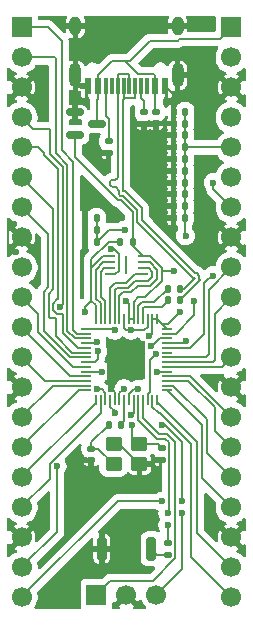
<source format=gbr>
%TF.GenerationSoftware,KiCad,Pcbnew,9.0.6*%
%TF.CreationDate,2025-11-29T15:25:02+01:00*%
%TF.ProjectId,rp2040-dev-board,72703230-3430-42d6-9465-762d626f6172,rev?*%
%TF.SameCoordinates,Original*%
%TF.FileFunction,Copper,L1,Top*%
%TF.FilePolarity,Positive*%
%FSLAX46Y46*%
G04 Gerber Fmt 4.6, Leading zero omitted, Abs format (unit mm)*
G04 Created by KiCad (PCBNEW 9.0.6) date 2025-11-29 15:25:02*
%MOMM*%
%LPD*%
G01*
G04 APERTURE LIST*
G04 Aperture macros list*
%AMRoundRect*
0 Rectangle with rounded corners*
0 $1 Rounding radius*
0 $2 $3 $4 $5 $6 $7 $8 $9 X,Y pos of 4 corners*
0 Add a 4 corners polygon primitive as box body*
4,1,4,$2,$3,$4,$5,$6,$7,$8,$9,$2,$3,0*
0 Add four circle primitives for the rounded corners*
1,1,$1+$1,$2,$3*
1,1,$1+$1,$4,$5*
1,1,$1+$1,$6,$7*
1,1,$1+$1,$8,$9*
0 Add four rect primitives between the rounded corners*
20,1,$1+$1,$2,$3,$4,$5,0*
20,1,$1+$1,$4,$5,$6,$7,0*
20,1,$1+$1,$6,$7,$8,$9,0*
20,1,$1+$1,$8,$9,$2,$3,0*%
G04 Aperture macros list end*
%TA.AperFunction,SMDPad,CuDef*%
%ADD10R,0.600000X1.450000*%
%TD*%
%TA.AperFunction,SMDPad,CuDef*%
%ADD11R,0.300000X1.450000*%
%TD*%
%TA.AperFunction,HeatsinkPad*%
%ADD12O,1.000000X2.100000*%
%TD*%
%TA.AperFunction,HeatsinkPad*%
%ADD13O,1.000000X1.600000*%
%TD*%
%TA.AperFunction,SMDPad,CuDef*%
%ADD14RoundRect,0.135000X0.135000X0.185000X-0.135000X0.185000X-0.135000X-0.185000X0.135000X-0.185000X0*%
%TD*%
%TA.AperFunction,SMDPad,CuDef*%
%ADD15RoundRect,0.140000X0.140000X0.170000X-0.140000X0.170000X-0.140000X-0.170000X0.140000X-0.170000X0*%
%TD*%
%TA.AperFunction,ComponentPad*%
%ADD16R,1.700000X1.700000*%
%TD*%
%TA.AperFunction,ComponentPad*%
%ADD17C,1.700000*%
%TD*%
%TA.AperFunction,SMDPad,CuDef*%
%ADD18RoundRect,0.135000X0.185000X-0.135000X0.185000X0.135000X-0.185000X0.135000X-0.185000X-0.135000X0*%
%TD*%
%TA.AperFunction,SMDPad,CuDef*%
%ADD19RoundRect,0.140000X-0.170000X0.140000X-0.170000X-0.140000X0.170000X-0.140000X0.170000X0.140000X0*%
%TD*%
%TA.AperFunction,SMDPad,CuDef*%
%ADD20RoundRect,0.150000X-0.587500X-0.150000X0.587500X-0.150000X0.587500X0.150000X-0.587500X0.150000X0*%
%TD*%
%TA.AperFunction,SMDPad,CuDef*%
%ADD21RoundRect,0.062500X-0.387500X-0.062500X0.387500X-0.062500X0.387500X0.062500X-0.387500X0.062500X0*%
%TD*%
%TA.AperFunction,HeatsinkPad*%
%ADD22R,0.200000X1.600000*%
%TD*%
%TA.AperFunction,SMDPad,CuDef*%
%ADD23RoundRect,0.135000X-0.135000X-0.185000X0.135000X-0.185000X0.135000X0.185000X-0.135000X0.185000X0*%
%TD*%
%TA.AperFunction,SMDPad,CuDef*%
%ADD24RoundRect,0.050000X-0.387500X-0.050000X0.387500X-0.050000X0.387500X0.050000X-0.387500X0.050000X0*%
%TD*%
%TA.AperFunction,SMDPad,CuDef*%
%ADD25RoundRect,0.050000X-0.050000X-0.387500X0.050000X-0.387500X0.050000X0.387500X-0.050000X0.387500X0*%
%TD*%
%TA.AperFunction,HeatsinkPad*%
%ADD26R,3.200000X3.200000*%
%TD*%
%TA.AperFunction,SMDPad,CuDef*%
%ADD27RoundRect,0.135000X-0.185000X0.135000X-0.185000X-0.135000X0.185000X-0.135000X0.185000X0.135000X0*%
%TD*%
%TA.AperFunction,SMDPad,CuDef*%
%ADD28RoundRect,0.140000X0.170000X-0.140000X0.170000X0.140000X-0.170000X0.140000X-0.170000X-0.140000X0*%
%TD*%
%TA.AperFunction,SMDPad,CuDef*%
%ADD29RoundRect,0.250000X-0.450000X-0.350000X0.450000X-0.350000X0.450000X0.350000X-0.450000X0.350000X0*%
%TD*%
%TA.AperFunction,SMDPad,CuDef*%
%ADD30RoundRect,0.200000X-0.200000X-0.800000X0.200000X-0.800000X0.200000X0.800000X-0.200000X0.800000X0*%
%TD*%
%TA.AperFunction,ViaPad*%
%ADD31C,0.600000*%
%TD*%
%TA.AperFunction,Conductor*%
%ADD32C,0.200000*%
%TD*%
G04 APERTURE END LIST*
D10*
%TO.P,J1,A1,GND*%
%TO.N,GND*%
X134250000Y-67845000D03*
%TO.P,J1,A4,VBUS*%
%TO.N,VBUS*%
X133450000Y-67845000D03*
D11*
%TO.P,J1,A5,CC1*%
%TO.N,Net-(J1-CC1)*%
X132250000Y-67845000D03*
%TO.P,J1,A6,D+*%
%TO.N,USB_D+*%
X131250000Y-67845000D03*
%TO.P,J1,A7,D-*%
%TO.N,USB_D-*%
X130750000Y-67845000D03*
%TO.P,J1,A8*%
%TO.N,N/C*%
X129750000Y-67845000D03*
D10*
%TO.P,J1,A9,VBUS*%
%TO.N,VBUS*%
X128550000Y-67845000D03*
%TO.P,J1,A12,GND*%
%TO.N,GND*%
X127750000Y-67845000D03*
%TO.P,J1,B1,GND*%
X127750000Y-67845000D03*
%TO.P,J1,B4,VBUS*%
%TO.N,VBUS*%
X128550000Y-67845000D03*
D11*
%TO.P,J1,B5,CC2*%
%TO.N,Net-(J1-CC2)*%
X129250000Y-67845000D03*
%TO.P,J1,B6,D+*%
%TO.N,USB_D+*%
X130250000Y-67845000D03*
%TO.P,J1,B7,D-*%
%TO.N,USB_D-*%
X131750000Y-67845000D03*
%TO.P,J1,B8*%
%TO.N,N/C*%
X132750000Y-67845000D03*
D10*
%TO.P,J1,B9,VBUS*%
%TO.N,VBUS*%
X133450000Y-67845000D03*
%TO.P,J1,B12,GND*%
%TO.N,GND*%
X134250000Y-67845000D03*
D12*
%TO.P,J1,S1,SHIELD*%
X135320000Y-66930000D03*
D13*
X135320000Y-62750000D03*
D12*
X126680000Y-66930000D03*
D13*
X126680000Y-62750000D03*
%TD*%
D14*
%TO.P,R4,1*%
%TO.N,USB_D-*%
X135510000Y-85970000D03*
%TO.P,R4,2*%
%TO.N,Net-(U1-USB_DM)*%
X134490000Y-85970000D03*
%TD*%
D15*
%TO.P,C14,1*%
%TO.N,+3V3*%
X135960000Y-70000000D03*
%TO.P,C14,2*%
%TO.N,GND*%
X135000000Y-70000000D03*
%TD*%
%TO.P,C1,1*%
%TO.N,+3V3*%
X135960000Y-74000000D03*
%TO.P,C1,2*%
%TO.N,GND*%
X135000000Y-74000000D03*
%TD*%
D16*
%TO.P,J4,1,Pin_1*%
%TO.N,SWD*%
X128460000Y-110890000D03*
D17*
%TO.P,J4,2,Pin_2*%
%TO.N,GND*%
X131000000Y-110890000D03*
%TO.P,J4,3,Pin_3*%
%TO.N,SWCLK*%
X133540000Y-110890000D03*
%TD*%
D18*
%TO.P,R1,1*%
%TO.N,GND*%
X132500000Y-71010000D03*
%TO.P,R1,2*%
%TO.N,Net-(J1-CC1)*%
X132500000Y-69990000D03*
%TD*%
%TO.P,R7,1*%
%TO.N,Net-(R7-Pad1)*%
X134500000Y-107510000D03*
%TO.P,R7,2*%
%TO.N,QSPI_SS*%
X134500000Y-106490000D03*
%TD*%
D15*
%TO.P,C5,1*%
%TO.N,+3V3*%
X135960000Y-77000000D03*
%TO.P,C5,2*%
%TO.N,GND*%
X135000000Y-77000000D03*
%TD*%
D19*
%TO.P,C13,1*%
%TO.N,VBUS*%
X133500000Y-70020000D03*
%TO.P,C13,2*%
%TO.N,GND*%
X133500000Y-70980000D03*
%TD*%
D20*
%TO.P,U2,1,GND*%
%TO.N,GND*%
X126625000Y-70050000D03*
%TO.P,U2,2,VO*%
%TO.N,+3V3*%
X126625000Y-71950000D03*
%TO.P,U2,3,VI*%
%TO.N,VBUS*%
X128500000Y-71000000D03*
%TD*%
D15*
%TO.P,C4,1*%
%TO.N,+3V3*%
X135960000Y-71000000D03*
%TO.P,C4,2*%
%TO.N,GND*%
X135000000Y-71000000D03*
%TD*%
D21*
%TO.P,U3,1,~{CS}*%
%TO.N,QSPI_SS*%
X129575000Y-82250000D03*
%TO.P,U3,2,DO/IO_{1}*%
%TO.N,QSPI_SD1*%
X129575000Y-82750000D03*
%TO.P,U3,3,~{WP}/IO_{2}*%
%TO.N,QSPI_SD2*%
X129575000Y-83250000D03*
%TO.P,U3,4,GND*%
%TO.N,GND*%
X129575000Y-83750000D03*
%TO.P,U3,5,DI/IO_{0}*%
%TO.N,QSPI_SD0*%
X132425000Y-83750000D03*
%TO.P,U3,6,CLK*%
%TO.N,QSPI_SCLK*%
X132425000Y-83250000D03*
%TO.P,U3,7,~{HOLD}/~{RESET}/IO_{3}*%
%TO.N,QSPI_SD3*%
X132425000Y-82750000D03*
%TO.P,U3,8,VCC*%
%TO.N,+3V3*%
X132425000Y-82250000D03*
D22*
%TO.P,U3,9*%
%TO.N,N/C*%
X131000000Y-83000000D03*
%TD*%
D14*
%TO.P,R6,1*%
%TO.N,+3V3*%
X131510000Y-81000000D03*
%TO.P,R6,2*%
%TO.N,QSPI_SS*%
X130490000Y-81000000D03*
%TD*%
%TO.P,R3,1*%
%TO.N,USB_D+*%
X135510000Y-84970000D03*
%TO.P,R3,2*%
%TO.N,Net-(U1-USB_DP)*%
X134490000Y-84970000D03*
%TD*%
D23*
%TO.P,R5,1*%
%TO.N,Net-(C16-Pad2)*%
X129490000Y-96500000D03*
%TO.P,R5,2*%
%TO.N,XOUT*%
X130510000Y-96500000D03*
%TD*%
D15*
%TO.P,C2,1*%
%TO.N,+3V3*%
X135960000Y-73030000D03*
%TO.P,C2,2*%
%TO.N,GND*%
X135000000Y-73030000D03*
%TD*%
%TO.P,C9,1*%
%TO.N,+3V3*%
X135940000Y-79000000D03*
%TO.P,C9,2*%
%TO.N,GND*%
X134980000Y-79000000D03*
%TD*%
D16*
%TO.P,J2,1,Pin_1*%
%TO.N,GPIO0*%
X122120000Y-62870000D03*
D17*
%TO.P,J2,2,Pin_2*%
%TO.N,GPIO1*%
X122120000Y-65410000D03*
%TO.P,J2,3,Pin_3*%
%TO.N,GND*%
X122120000Y-67950000D03*
%TO.P,J2,4,Pin_4*%
%TO.N,GPIO2*%
X122120000Y-70490000D03*
%TO.P,J2,5,Pin_5*%
%TO.N,GPIO3*%
X122120000Y-73030000D03*
%TO.P,J2,6,Pin_6*%
%TO.N,GPIO4*%
X122120000Y-75570000D03*
%TO.P,J2,7,Pin_7*%
%TO.N,GPIO5*%
X122120000Y-78110000D03*
%TO.P,J2,8,Pin_8*%
%TO.N,GND*%
X122120000Y-80650000D03*
%TO.P,J2,9,Pin_9*%
%TO.N,GPIO6*%
X122120000Y-83190000D03*
%TO.P,J2,10,Pin_10*%
%TO.N,GPIO7*%
X122120000Y-85730000D03*
%TO.P,J2,11,Pin_11*%
%TO.N,GPIO8*%
X122120000Y-88270000D03*
%TO.P,J2,12,Pin_12*%
%TO.N,GPIO9*%
X122120000Y-90810000D03*
%TO.P,J2,13,Pin_13*%
%TO.N,GND*%
X122120000Y-93350000D03*
%TO.P,J2,14,Pin_14*%
%TO.N,GPIO10*%
X122120000Y-95890000D03*
%TO.P,J2,15,Pin_15*%
%TO.N,GPIO11*%
X122120000Y-98430000D03*
%TO.P,J2,16,Pin_16*%
%TO.N,GPIO12*%
X122120000Y-100970000D03*
%TO.P,J2,17,Pin_17*%
%TO.N,GPIO13*%
X122120000Y-103510000D03*
%TO.P,J2,18,Pin_18*%
%TO.N,GND*%
X122120000Y-106050000D03*
%TO.P,J2,19,Pin_19*%
%TO.N,GPIO14*%
X122120000Y-108590000D03*
%TO.P,J2,20,Pin_20*%
%TO.N,GPIO15*%
X122120000Y-111130000D03*
%TD*%
D15*
%TO.P,C6,1*%
%TO.N,+3V3*%
X135960000Y-76000000D03*
%TO.P,C6,2*%
%TO.N,GND*%
X135000000Y-76000000D03*
%TD*%
%TO.P,C12,1*%
%TO.N,+1V1*%
X128480000Y-79000000D03*
%TO.P,C12,2*%
%TO.N,GND*%
X127520000Y-79000000D03*
%TD*%
D24*
%TO.P,U1,1,IOVDD*%
%TO.N,+3V3*%
X127562500Y-88400000D03*
%TO.P,U1,2,GPIO0*%
%TO.N,GPIO0*%
X127562500Y-88800000D03*
%TO.P,U1,3,GPIO1*%
%TO.N,GPIO1*%
X127562500Y-89200000D03*
%TO.P,U1,4,GPIO2*%
%TO.N,GPIO2*%
X127562500Y-89600000D03*
%TO.P,U1,5,GPIO3*%
%TO.N,GPIO3*%
X127562500Y-90000000D03*
%TO.P,U1,6,GPIO4*%
%TO.N,GPIO4*%
X127562500Y-90400000D03*
%TO.P,U1,7,GPIO5*%
%TO.N,GPIO5*%
X127562500Y-90800000D03*
%TO.P,U1,8,GPIO6*%
%TO.N,GPIO6*%
X127562500Y-91200000D03*
%TO.P,U1,9,GPIO7*%
%TO.N,GPIO7*%
X127562500Y-91600000D03*
%TO.P,U1,10,IOVDD*%
%TO.N,+3V3*%
X127562500Y-92000000D03*
%TO.P,U1,11,GPIO8*%
%TO.N,GPIO8*%
X127562500Y-92400000D03*
%TO.P,U1,12,GPIO9*%
%TO.N,GPIO9*%
X127562500Y-92800000D03*
%TO.P,U1,13,GPIO10*%
%TO.N,GPIO10*%
X127562500Y-93200000D03*
%TO.P,U1,14,GPIO11*%
%TO.N,GPIO11*%
X127562500Y-93600000D03*
D25*
%TO.P,U1,15,GPIO12*%
%TO.N,GPIO12*%
X128400000Y-94437500D03*
%TO.P,U1,16,GPIO13*%
%TO.N,GPIO13*%
X128800000Y-94437500D03*
%TO.P,U1,17,GPIO14*%
%TO.N,GPIO14*%
X129200000Y-94437500D03*
%TO.P,U1,18,GPIO15*%
%TO.N,GPIO15*%
X129600000Y-94437500D03*
%TO.P,U1,19,TESTEN*%
%TO.N,GND*%
X130000000Y-94437500D03*
%TO.P,U1,20,XIN*%
%TO.N,XIN*%
X130400000Y-94437500D03*
%TO.P,U1,21,XOUT*%
%TO.N,XOUT*%
X130800000Y-94437500D03*
%TO.P,U1,22,IOVDD*%
%TO.N,+3V3*%
X131200000Y-94437500D03*
%TO.P,U1,23,DVDD*%
%TO.N,+1V1*%
X131600000Y-94437500D03*
%TO.P,U1,24,SWCLK*%
%TO.N,SWCLK*%
X132000000Y-94437500D03*
%TO.P,U1,25,SWD*%
%TO.N,SWD*%
X132400000Y-94437500D03*
%TO.P,U1,26,RUN*%
%TO.N,RUN*%
X132800000Y-94437500D03*
%TO.P,U1,27,GPIO16*%
%TO.N,GPIO16*%
X133200000Y-94437500D03*
%TO.P,U1,28,GPIO17*%
%TO.N,GPIO17*%
X133600000Y-94437500D03*
D24*
%TO.P,U1,29,GPIO18*%
%TO.N,GPIO18*%
X134437500Y-93600000D03*
%TO.P,U1,30,GPIO19*%
%TO.N,GPIO19*%
X134437500Y-93200000D03*
%TO.P,U1,31,GPIO20*%
%TO.N,GPIO20*%
X134437500Y-92800000D03*
%TO.P,U1,32,GPIO21*%
%TO.N,GPIO21*%
X134437500Y-92400000D03*
%TO.P,U1,33,IOVDD*%
%TO.N,+3V3*%
X134437500Y-92000000D03*
%TO.P,U1,34,GPIO22*%
%TO.N,GPIO22*%
X134437500Y-91600000D03*
%TO.P,U1,35,GPIO23*%
%TO.N,GPIO23*%
X134437500Y-91200000D03*
%TO.P,U1,36,GPIO24*%
%TO.N,GPIO24*%
X134437500Y-90800000D03*
%TO.P,U1,37,GPIO25*%
%TO.N,unconnected-(U1-GPIO25-Pad37)*%
X134437500Y-90400000D03*
%TO.P,U1,38,GPIO26_ADC0*%
%TO.N,GPIO26_ADC0*%
X134437500Y-90000000D03*
%TO.P,U1,39,GPIO27_ADC1*%
%TO.N,GPIO27_ADC1*%
X134437500Y-89600000D03*
%TO.P,U1,40,GPIO28_ADC2*%
%TO.N,GPIO28_ADC2*%
X134437500Y-89200000D03*
%TO.P,U1,41,GPIO29_ADC3*%
%TO.N,GPIO29_ADC3*%
X134437500Y-88800000D03*
%TO.P,U1,42,IOVDD*%
%TO.N,+3V3*%
X134437500Y-88400000D03*
D25*
%TO.P,U1,43,ADC_AVDD*%
X133600000Y-87562500D03*
%TO.P,U1,44,VREG_IN*%
X133200000Y-87562500D03*
%TO.P,U1,45,VREG_VOUT*%
%TO.N,+1V1*%
X132800000Y-87562500D03*
%TO.P,U1,46,USB_DM*%
%TO.N,Net-(U1-USB_DM)*%
X132400000Y-87562500D03*
%TO.P,U1,47,USB_DP*%
%TO.N,Net-(U1-USB_DP)*%
X132000000Y-87562500D03*
%TO.P,U1,48,USB_VDD*%
%TO.N,+3V3*%
X131600000Y-87562500D03*
%TO.P,U1,49,IOVDD*%
X131200000Y-87562500D03*
%TO.P,U1,50,DVDD*%
%TO.N,+1V1*%
X130800000Y-87562500D03*
%TO.P,U1,51,QSPI_SD3*%
%TO.N,QSPI_SD3*%
X130400000Y-87562500D03*
%TO.P,U1,52,QSPI_SCLK*%
%TO.N,QSPI_SCLK*%
X130000000Y-87562500D03*
%TO.P,U1,53,QSPI_SD0*%
%TO.N,QSPI_SD0*%
X129600000Y-87562500D03*
%TO.P,U1,54,QSPI_SD2*%
%TO.N,QSPI_SD2*%
X129200000Y-87562500D03*
%TO.P,U1,55,QSPI_SD1*%
%TO.N,QSPI_SD1*%
X128800000Y-87562500D03*
%TO.P,U1,56,QSPI_SS*%
%TO.N,QSPI_SS*%
X128400000Y-87562500D03*
D26*
%TO.P,U1,57,GND*%
%TO.N,GND*%
X131000000Y-91000000D03*
%TD*%
D15*
%TO.P,C7,1*%
%TO.N,+3V3*%
X135960000Y-75000000D03*
%TO.P,C7,2*%
%TO.N,GND*%
X135000000Y-75000000D03*
%TD*%
D27*
%TO.P,R2,1*%
%TO.N,Net-(J1-CC2)*%
X129500000Y-72490000D03*
%TO.P,R2,2*%
%TO.N,GND*%
X129500000Y-73510000D03*
%TD*%
D15*
%TO.P,C8,1*%
%TO.N,+3V3*%
X135960000Y-78000000D03*
%TO.P,C8,2*%
%TO.N,GND*%
X135000000Y-78000000D03*
%TD*%
D28*
%TO.P,C16,1*%
%TO.N,GND*%
X128000000Y-99480000D03*
%TO.P,C16,2*%
%TO.N,Net-(C16-Pad2)*%
X128000000Y-98520000D03*
%TD*%
D29*
%TO.P,Y1,1,1*%
%TO.N,Net-(C16-Pad2)*%
X129900000Y-99850000D03*
%TO.P,Y1,2,2*%
%TO.N,GND*%
X132100000Y-99850000D03*
%TO.P,Y1,3,3*%
%TO.N,XIN*%
X132100000Y-98150000D03*
%TO.P,Y1,4,4*%
%TO.N,GND*%
X129900000Y-98150000D03*
%TD*%
D30*
%TO.P,SW1,1,1*%
%TO.N,GND*%
X128900000Y-107000000D03*
%TO.P,SW1,2,2*%
%TO.N,Net-(R7-Pad1)*%
X133100000Y-107000000D03*
%TD*%
D15*
%TO.P,C3,1*%
%TO.N,+3V3*%
X135960000Y-72000000D03*
%TO.P,C3,2*%
%TO.N,GND*%
X135000000Y-72000000D03*
%TD*%
%TO.P,C10,1*%
%TO.N,+1V1*%
X128480000Y-81000000D03*
%TO.P,C10,2*%
%TO.N,GND*%
X127520000Y-81000000D03*
%TD*%
%TO.P,C11,1*%
%TO.N,+1V1*%
X128480000Y-80000000D03*
%TO.P,C11,2*%
%TO.N,GND*%
X127520000Y-80000000D03*
%TD*%
D16*
%TO.P,J3,1,Pin_1*%
%TO.N,VBUS*%
X139890000Y-62870000D03*
D17*
%TO.P,J3,2,Pin_2*%
%TO.N,GPIO29_ADC3*%
X139890000Y-65410000D03*
%TO.P,J3,3,Pin_3*%
%TO.N,GND*%
X139890000Y-67950000D03*
%TO.P,J3,4,Pin_4*%
%TO.N,GPIO28_ADC2*%
X139890000Y-70490000D03*
%TO.P,J3,5,Pin_5*%
%TO.N,+3V3*%
X139890000Y-73030000D03*
%TO.P,J3,6,Pin_6*%
%TO.N,GPIO27_ADC1*%
X139890000Y-75570000D03*
%TO.P,J3,7,Pin_7*%
%TO.N,GPIO26_ADC0*%
X139890000Y-78110000D03*
%TO.P,J3,8,Pin_8*%
%TO.N,GND*%
X139890000Y-80650000D03*
%TO.P,J3,9,Pin_9*%
%TO.N,GPIO24*%
X139890000Y-83190000D03*
%TO.P,J3,10,Pin_10*%
%TO.N,GPIO23*%
X139890000Y-85730000D03*
%TO.P,J3,11,Pin_11*%
%TO.N,RUN*%
X139890000Y-88270000D03*
%TO.P,J3,12,Pin_12*%
%TO.N,GPIO22*%
X139890000Y-90810000D03*
%TO.P,J3,13,Pin_13*%
%TO.N,GND*%
X139890000Y-93350000D03*
%TO.P,J3,14,Pin_14*%
%TO.N,GPIO21*%
X139890000Y-95890000D03*
%TO.P,J3,15,Pin_15*%
%TO.N,GPIO20*%
X139890000Y-98430000D03*
%TO.P,J3,16,Pin_16*%
%TO.N,GPIO19*%
X139890000Y-100970000D03*
%TO.P,J3,17,Pin_17*%
%TO.N,GPIO18*%
X139890000Y-103510000D03*
%TO.P,J3,18,Pin_18*%
%TO.N,GND*%
X139890000Y-106050000D03*
%TO.P,J3,19,Pin_19*%
%TO.N,GPIO17*%
X139890000Y-108590000D03*
%TO.P,J3,20,Pin_20*%
%TO.N,GPIO16*%
X139890000Y-111130000D03*
%TD*%
D28*
%TO.P,C15,1*%
%TO.N,GND*%
X134000000Y-99460000D03*
%TO.P,C15,2*%
%TO.N,XIN*%
X134000000Y-98500000D03*
%TD*%
D31*
%TO.N,+3V3*%
X135000000Y-83500000D03*
X133600000Y-92000000D03*
X128899998Y-92000000D03*
X132000000Y-93500000D03*
X130000000Y-88500000D03*
X135500000Y-87000000D03*
X131000000Y-86000000D03*
X136000000Y-80500000D03*
X132906484Y-89004944D03*
%TO.N,GND*%
X123500000Y-84500000D03*
X127000000Y-108000000D03*
X137500000Y-62500000D03*
X128000000Y-77500000D03*
X128500000Y-73500000D03*
X127000000Y-104000000D03*
X121605057Y-81898982D03*
X129689899Y-93453590D03*
X129723528Y-81625000D03*
X121500000Y-79500000D03*
X128500000Y-102000000D03*
%TO.N,+1V1*%
X131400000Y-95706272D03*
X130910000Y-80000000D03*
X131400000Y-88500000D03*
%TO.N,XIN*%
X131500000Y-96500000D03*
X130800000Y-93450402D03*
%TO.N,GPIO14*%
X125120028Y-100020028D03*
X128500000Y-93500000D03*
%TO.N,GPIO2*%
X125400000Y-86500000D03*
X128500000Y-89500000D03*
%TO.N,GPIO15*%
X134000000Y-96500000D03*
X135721000Y-103000000D03*
X134000000Y-103000000D03*
X130000000Y-95500000D03*
%TO.N,GPIO6*%
X128553273Y-90298227D03*
%TO.N,RUN*%
X133501000Y-90500000D03*
%TO.N,GPIO28_ADC2*%
X133100002Y-89807756D03*
%TO.N,GPIO29_ADC3*%
X136755043Y-86000000D03*
%TO.N,GPIO26_ADC0*%
X138356043Y-83875430D03*
X138356043Y-76000000D03*
%TO.N,GPIO27_ADC1*%
X136000000Y-89400000D03*
%TO.N,SWCLK*%
X134500000Y-104000000D03*
X135721000Y-104000000D03*
%TO.N,QSPI_SS*%
X127500000Y-87000000D03*
X134500000Y-105000000D03*
%TD*%
D32*
%TO.N,+3V3*%
X133978000Y-83203002D02*
X133978000Y-83500000D01*
X126625000Y-71950000D02*
X126625000Y-73821966D01*
X131200000Y-94437500D02*
X131200000Y-93902226D01*
X134437500Y-92000000D02*
X134500000Y-92000000D01*
X134437500Y-92000000D02*
X133600000Y-92000000D01*
X127562500Y-92000000D02*
X128899998Y-92000000D01*
X131602226Y-93500000D02*
X131200000Y-93902226D01*
X130500000Y-77500000D02*
X131510000Y-78510000D01*
X133600000Y-87562500D02*
X133200000Y-87562500D01*
X131600000Y-86085200D02*
X131600000Y-87562500D01*
X133978000Y-83500000D02*
X133978000Y-84296998D01*
X139890000Y-73030000D02*
X135960000Y-73030000D01*
X133600000Y-87562500D02*
X134018750Y-87981250D01*
X131510000Y-81335000D02*
X132425000Y-82250000D01*
X131200000Y-87562500D02*
X131200000Y-86200000D01*
X130303034Y-77500000D02*
X130500000Y-77500000D01*
X135940000Y-79000000D02*
X135940000Y-80440000D01*
X134018750Y-87981250D02*
X134518750Y-87981250D01*
X132000000Y-85685200D02*
X131600000Y-86085200D01*
X132425000Y-82250000D02*
X133024998Y-82250000D01*
X132000000Y-93500000D02*
X131602226Y-93500000D01*
X131510000Y-81000000D02*
X131510000Y-81335000D01*
X133200000Y-88800000D02*
X133200000Y-87562500D01*
X135960000Y-78980000D02*
X135940000Y-79000000D01*
X129900000Y-88400000D02*
X127562500Y-88400000D01*
X134518750Y-87981250D02*
X135500000Y-87000000D01*
X132589798Y-85685200D02*
X132000000Y-85685200D01*
X131200000Y-86200000D02*
X131000000Y-86000000D01*
X135940000Y-80440000D02*
X136000000Y-80500000D01*
X130000000Y-88500000D02*
X129900000Y-88400000D01*
X126625000Y-73821966D02*
X130303034Y-77500000D01*
X132906484Y-89004944D02*
X132995056Y-89004944D01*
X135000000Y-83500000D02*
X133978000Y-83500000D01*
X132995056Y-89004944D02*
X133200000Y-88800000D01*
X131510000Y-78510000D02*
X131510000Y-81000000D01*
X133978000Y-84296998D02*
X132589798Y-85685200D01*
X135960000Y-70000000D02*
X135960000Y-78980000D01*
X134018750Y-87981250D02*
X134437500Y-88400000D01*
X133024998Y-82250000D02*
X133978000Y-83203002D01*
X131600000Y-87562500D02*
X131200000Y-87562500D01*
%TO.N,GND*%
X121000000Y-80000000D02*
X121500000Y-79500000D01*
X129900000Y-98150000D02*
X130400000Y-98150000D01*
X121000000Y-81293925D02*
X121000000Y-80000000D01*
X130326000Y-83464798D02*
X130326000Y-82035202D01*
X130040798Y-83750000D02*
X130326000Y-83464798D01*
X121605057Y-81898982D02*
X121000000Y-81293925D01*
X134905000Y-68500000D02*
X134250000Y-67845000D01*
X130000000Y-93751470D02*
X130000000Y-94437500D01*
X129915798Y-81625000D02*
X129723528Y-81625000D01*
X129689899Y-93453590D02*
X129702120Y-93453590D01*
X135000000Y-68500000D02*
X134905000Y-68500000D01*
X129702120Y-93453590D02*
X130000000Y-93751470D01*
X132490000Y-99460000D02*
X132100000Y-99850000D01*
X130400000Y-98150000D02*
X132100000Y-99850000D01*
X135320000Y-66930000D02*
X135165000Y-66930000D01*
X129575000Y-83750000D02*
X130040798Y-83750000D01*
X130326000Y-82035202D02*
X129915798Y-81625000D01*
%TO.N,+1V1*%
X128480000Y-81000000D02*
X129480000Y-80000000D01*
X131400000Y-88500000D02*
X131000000Y-88500000D01*
X132800000Y-88200000D02*
X132800000Y-87562500D01*
X129480000Y-80000000D02*
X130910000Y-80000000D01*
X131000000Y-88500000D02*
X130800000Y-88300000D01*
X131400000Y-88500000D02*
X132500000Y-88500000D01*
X132500000Y-88500000D02*
X132800000Y-88200000D01*
X131600000Y-94437500D02*
X131600000Y-95506272D01*
X128480000Y-79000000D02*
X128480000Y-80000000D01*
X130800000Y-88300000D02*
X130800000Y-87562500D01*
X128480000Y-80000000D02*
X128480000Y-81000000D01*
X131600000Y-95506272D02*
X131400000Y-95706272D01*
%TO.N,VBUS*%
X138909000Y-63851000D02*
X135482992Y-63851000D01*
X135333992Y-64000000D02*
X133000000Y-64000000D01*
X131276000Y-65724000D02*
X133000000Y-64000000D01*
X128550000Y-66920000D02*
X129746000Y-65724000D01*
X133319000Y-66819000D02*
X132000000Y-66819000D01*
X133450000Y-69970000D02*
X133500000Y-70020000D01*
X130905000Y-65724000D02*
X131276000Y-65724000D01*
X130276000Y-65724000D02*
X130905000Y-65724000D01*
X133450000Y-67845000D02*
X133450000Y-66950000D01*
X128550000Y-67845000D02*
X128550000Y-66920000D01*
X133450000Y-67845000D02*
X133450000Y-69970000D01*
X128550000Y-67845000D02*
X128550000Y-68950000D01*
X128500000Y-69000000D02*
X128500000Y-71000000D01*
X135482992Y-63851000D02*
X135333992Y-64000000D01*
X128550000Y-68950000D02*
X128500000Y-69000000D01*
X133450000Y-66950000D02*
X133319000Y-66819000D01*
X139890000Y-62870000D02*
X138909000Y-63851000D01*
X129746000Y-65724000D02*
X130276000Y-65724000D01*
X132000000Y-66819000D02*
X130905000Y-65724000D01*
%TO.N,XIN*%
X130400000Y-93850402D02*
X130800000Y-93450402D01*
X132100000Y-98150000D02*
X133650000Y-98150000D01*
X131500000Y-97550000D02*
X132100000Y-98150000D01*
X133650000Y-98150000D02*
X134000000Y-98500000D01*
X130400000Y-94437500D02*
X130400000Y-93850402D01*
X131500000Y-96500000D02*
X131500000Y-97550000D01*
%TO.N,Net-(C16-Pad2)*%
X128570000Y-98520000D02*
X128000000Y-98520000D01*
X128000000Y-97990000D02*
X128000000Y-98520000D01*
X129490000Y-96500000D02*
X128000000Y-97990000D01*
X129900000Y-99850000D02*
X128570000Y-98520000D01*
%TO.N,USB_D+*%
X129822277Y-75753198D02*
X130035000Y-75753198D01*
X136775000Y-84068603D02*
X136659504Y-84068603D01*
X130335422Y-76965288D02*
X130335422Y-76653620D01*
X130275000Y-75513198D02*
X130275000Y-75393198D01*
X131201000Y-66819000D02*
X131250000Y-66868000D01*
X130275000Y-68957501D02*
X130250000Y-68932501D01*
X130250000Y-66868000D02*
X130299000Y-66819000D01*
X136361158Y-84482445D02*
X136262240Y-84581363D01*
X130035000Y-76353198D02*
X129822277Y-76353198D01*
X131911000Y-78343900D02*
X130666100Y-77099000D01*
X130666100Y-77099000D02*
X130469134Y-77099000D01*
X130250000Y-67845000D02*
X130250000Y-66868000D01*
X130275000Y-75393198D02*
X130275000Y-74932501D01*
X130275000Y-74932501D02*
X130275000Y-68957501D01*
X130335422Y-76653620D02*
X130275000Y-76593198D01*
X131250000Y-66868000D02*
X131250000Y-67845000D01*
X129582277Y-76113198D02*
X129582277Y-75993198D01*
X136166149Y-84677454D02*
X136168975Y-84674628D01*
X130469134Y-77099000D02*
X130335422Y-76965288D01*
X130250000Y-68932501D02*
X130250000Y-67845000D01*
X136262240Y-84581363D02*
X136168975Y-84674628D01*
X136659504Y-84068603D02*
X131911000Y-79320099D01*
X135510000Y-84970000D02*
X135873603Y-84970000D01*
X135873603Y-84970000D02*
X136166149Y-84677454D01*
X130299000Y-66819000D02*
X131201000Y-66819000D01*
X131911000Y-79320099D02*
X131911000Y-78343900D01*
X136361158Y-84482445D02*
X136775000Y-84068603D01*
X129582277Y-75993198D02*
G75*
G02*
X129822277Y-75753177I240023J-2D01*
G01*
X130275000Y-76593198D02*
G75*
G03*
X130035000Y-76353200I-240000J-2D01*
G01*
X129822277Y-76353198D02*
G75*
G02*
X129582302Y-76113198I23J239998D01*
G01*
X130035000Y-75753198D02*
G75*
G03*
X130274998Y-75513198I0J239998D01*
G01*
%TO.N,USB_D-*%
X137176000Y-83902503D02*
X137176000Y-84176000D01*
X130725000Y-76476098D02*
X130736422Y-76487520D01*
X136825604Y-83667603D02*
X136941100Y-83667603D01*
X130750000Y-68932501D02*
X130725000Y-68957501D01*
X130750000Y-68822000D02*
X130750000Y-67845000D01*
X137176000Y-84176000D02*
X137225000Y-84225000D01*
X131750000Y-67845000D02*
X131750000Y-68822000D01*
X130725000Y-68957501D02*
X130725000Y-76476098D01*
X132312000Y-78177800D02*
X132312000Y-79153999D01*
X130736422Y-76487520D02*
X130736422Y-76698000D01*
X137225000Y-84255000D02*
X135510000Y-85970000D01*
X136941100Y-83667603D02*
X137176000Y-83902503D01*
X132312000Y-79153999D02*
X136825604Y-83667603D01*
X130832200Y-76698000D02*
X132312000Y-78177800D01*
X137225000Y-84225000D02*
X137225000Y-84255000D01*
X131750000Y-68822000D02*
X131701000Y-68871000D01*
X131701000Y-68871000D02*
X130799000Y-68871000D01*
X130736422Y-76698000D02*
X130832200Y-76698000D01*
X130750000Y-67845000D02*
X130750000Y-68932501D01*
X130799000Y-68871000D02*
X130750000Y-68822000D01*
%TO.N,Net-(J1-CC1)*%
X132250000Y-67845000D02*
X132250000Y-68822000D01*
X132500000Y-69072000D02*
X132500000Y-69990000D01*
X132250000Y-68822000D02*
X132500000Y-69072000D01*
%TO.N,Net-(J1-CC2)*%
X129538500Y-72451500D02*
X129500000Y-72490000D01*
X129538500Y-70659032D02*
X129538500Y-72451500D01*
X129250000Y-70370532D02*
X129538500Y-70659032D01*
X129250000Y-67845000D02*
X129250000Y-70370532D01*
%TO.N,GPIO9*%
X127562500Y-92800000D02*
X124100000Y-92800000D01*
X124100000Y-92800000D02*
X122110000Y-90810000D01*
%TO.N,GPIO14*%
X128900000Y-93500000D02*
X129200000Y-93800000D01*
X122110000Y-108590000D02*
X125120028Y-105579972D01*
X129200000Y-94437500D02*
X129200000Y-93800000D01*
X125120028Y-105579972D02*
X125120028Y-100020028D01*
X128500000Y-93500000D02*
X128900000Y-93500000D01*
%TO.N,GPIO1*%
X126634900Y-89200000D02*
X126633900Y-89201000D01*
X122110000Y-65410000D02*
X124910000Y-65410000D01*
X125000000Y-65500000D02*
X125000000Y-73500000D01*
X125000000Y-73500000D02*
X126000000Y-74500000D01*
X126000000Y-88567100D02*
X126633900Y-89201000D01*
X124910000Y-65410000D02*
X125000000Y-65500000D01*
X126000000Y-74500000D02*
X126000000Y-88567100D01*
X126633900Y-89201000D02*
X127026226Y-89201000D01*
X127562500Y-89200000D02*
X126634900Y-89200000D01*
%TO.N,GPIO2*%
X124500000Y-73567100D02*
X124500000Y-71500000D01*
X125599000Y-74666100D02*
X124500000Y-73567100D01*
X127194326Y-89600000D02*
X127562500Y-89600000D01*
X127562500Y-89600000D02*
X128400000Y-89600000D01*
X125599000Y-86301000D02*
X125599000Y-74666100D01*
X124500000Y-71500000D02*
X123120000Y-71500000D01*
X123120000Y-71500000D02*
X122110000Y-70490000D01*
X125400000Y-86500000D02*
X125599000Y-86301000D01*
X128400000Y-89600000D02*
X128500000Y-89500000D01*
%TO.N,GPIO15*%
X129600000Y-94437500D02*
X129600000Y-94972774D01*
X130240000Y-103000000D02*
X134000000Y-103000000D01*
X129600000Y-94972774D02*
X129599000Y-94971774D01*
X122110000Y-111130000D02*
X130240000Y-103000000D01*
X135721000Y-97975800D02*
X134245200Y-96500000D01*
X130000000Y-95372774D02*
X129600000Y-94972774D01*
X130000000Y-95500000D02*
X130000000Y-95372774D01*
X135721000Y-103000000D02*
X135721000Y-97975800D01*
X134245200Y-96500000D02*
X134000000Y-96500000D01*
%TO.N,GPIO7*%
X127562500Y-91600000D02*
X126465800Y-91600000D01*
X123500000Y-87120000D02*
X122110000Y-85730000D01*
X123500000Y-88634200D02*
X123500000Y-87120000D01*
X126465800Y-91600000D02*
X123500000Y-88634200D01*
%TO.N,GPIO12*%
X122110000Y-100970000D02*
X128400000Y-94680000D01*
X128400000Y-94680000D02*
X128400000Y-94437500D01*
%TO.N,GPIO4*%
X124398000Y-87398000D02*
X124398000Y-85399000D01*
X126400000Y-90400000D02*
X125000000Y-89000000D01*
X125000000Y-87500000D02*
X124500000Y-87500000D01*
X125000000Y-89000000D02*
X125000000Y-87500000D01*
X124797000Y-78257000D02*
X122110000Y-75570000D01*
X124398000Y-85399000D02*
X124797000Y-85000000D01*
X124797000Y-85000000D02*
X124797000Y-78257000D01*
X127562500Y-90400000D02*
X126400000Y-90400000D01*
X124500000Y-87500000D02*
X124398000Y-87398000D01*
%TO.N,GPIO13*%
X128800000Y-95491527D02*
X128800000Y-94437500D01*
X124500000Y-99791527D02*
X128800000Y-95491527D01*
X122110000Y-103510000D02*
X124500000Y-101120000D01*
X124500000Y-101120000D02*
X124500000Y-99791527D01*
%TO.N,GPIO6*%
X127200000Y-91200000D02*
X127562500Y-91200000D01*
X128300000Y-91200000D02*
X127562500Y-91200000D01*
X128553273Y-90298227D02*
X128553273Y-90946727D01*
X128553273Y-90946727D02*
X128300000Y-91200000D01*
%TO.N,GPIO3*%
X124000000Y-73500000D02*
X124000000Y-73634200D01*
X125198000Y-74832200D02*
X125198000Y-85899000D01*
X125599000Y-88733200D02*
X126865800Y-90000000D01*
X124000000Y-73634200D02*
X125198000Y-74832200D01*
X123530000Y-73030000D02*
X124000000Y-73500000D01*
X125151057Y-87101000D02*
X125599000Y-87101000D01*
X126865800Y-90000000D02*
X127562500Y-90000000D01*
X125198000Y-85899000D02*
X125151057Y-85899000D01*
X125599000Y-87101000D02*
X125599000Y-88733200D01*
X124799000Y-86251057D02*
X124799000Y-86748943D01*
X124799000Y-86748943D02*
X125151057Y-87101000D01*
X122110000Y-73030000D02*
X123530000Y-73030000D01*
X125151057Y-85899000D02*
X124799000Y-86251057D01*
%TO.N,GPIO5*%
X124364950Y-84864950D02*
X123997000Y-85232900D01*
X126233900Y-90801000D02*
X127000000Y-90801000D01*
X123997000Y-88564100D02*
X126233900Y-90801000D01*
X127001000Y-90800000D02*
X127000000Y-90801000D01*
X124364950Y-80364950D02*
X124364950Y-84864950D01*
X123997000Y-85232900D02*
X123997000Y-88564100D01*
X127000000Y-90801000D02*
X127026226Y-90801000D01*
X122110000Y-78110000D02*
X124364950Y-80364950D01*
X127562500Y-90800000D02*
X127001000Y-90800000D01*
%TO.N,GPIO8*%
X126240000Y-92400000D02*
X122110000Y-88270000D01*
X127562500Y-92400000D02*
X126240000Y-92400000D01*
%TO.N,GPIO10*%
X127562500Y-93200000D02*
X124800000Y-93200000D01*
X124800000Y-93200000D02*
X122110000Y-95890000D01*
%TO.N,GPIO0*%
X125500000Y-64000000D02*
X124370000Y-62870000D01*
X127562500Y-88800000D02*
X126800000Y-88800000D01*
X125500000Y-73264066D02*
X125500000Y-64000000D01*
X126500000Y-88500000D02*
X126500000Y-74264066D01*
X126800000Y-88800000D02*
X126500000Y-88500000D01*
X126500000Y-74264066D02*
X125500000Y-73264066D01*
X124370000Y-62870000D02*
X122110000Y-62870000D01*
%TO.N,GPIO11*%
X126940000Y-93600000D02*
X122110000Y-98430000D01*
X127562500Y-93600000D02*
X126940000Y-93600000D01*
%TO.N,GPIO17*%
X137000000Y-98000000D02*
X137000000Y-105700000D01*
X137000000Y-105700000D02*
X139890000Y-108590000D01*
X133600000Y-94437500D02*
X133600000Y-94600000D01*
X133600000Y-94600000D02*
X137000000Y-98000000D01*
%TO.N,GPIO19*%
X134437500Y-93200000D02*
X134972774Y-93200000D01*
X134972774Y-93200000D02*
X137802000Y-96029226D01*
X137802000Y-98882000D02*
X137802000Y-96029226D01*
X139890000Y-100970000D02*
X137802000Y-98882000D01*
%TO.N,GPIO24*%
X137700000Y-90800000D02*
X138000000Y-90500000D01*
X138000000Y-90500000D02*
X138000000Y-85080000D01*
X138000000Y-85080000D02*
X139890000Y-83190000D01*
X134437500Y-90800000D02*
X137700000Y-90800000D01*
%TO.N,GPIO21*%
X139890000Y-95890000D02*
X136397000Y-92397000D01*
X134968774Y-92400000D02*
X134971774Y-92397000D01*
X134437500Y-92400000D02*
X134968774Y-92400000D01*
X134971774Y-92397000D02*
X136397000Y-92397000D01*
%TO.N,RUN*%
X132800000Y-94437500D02*
X132800000Y-93902226D01*
X132800000Y-93902226D02*
X132799000Y-93903226D01*
X133000000Y-91001000D02*
X133000000Y-93702226D01*
X133501000Y-90500000D02*
X133000000Y-91001000D01*
X133000000Y-93702226D02*
X132800000Y-93902226D01*
%TO.N,GPIO23*%
X138500000Y-87120000D02*
X139890000Y-85730000D01*
X138500000Y-91000000D02*
X138500000Y-87120000D01*
X134437500Y-91200000D02*
X138300000Y-91200000D01*
X138300000Y-91200000D02*
X138500000Y-91000000D01*
%TO.N,GPIO20*%
X134437500Y-92800000D02*
X135135874Y-92800000D01*
X136230900Y-92798000D02*
X138466450Y-95033550D01*
X139890000Y-98430000D02*
X139890000Y-97550126D01*
X135137874Y-92798000D02*
X136230900Y-92798000D01*
X138466450Y-97006450D02*
X139890000Y-98430000D01*
X138466450Y-95033550D02*
X138466450Y-97006450D01*
X135137874Y-92798000D02*
X135135874Y-92800000D01*
%TO.N,GPIO18*%
X139890000Y-103510000D02*
X137401000Y-101021000D01*
X137401000Y-101021000D02*
X137401000Y-96563500D01*
X137401000Y-96563500D02*
X134437500Y-93600000D01*
%TO.N,GPIO28_ADC2*%
X133801000Y-89200000D02*
X134437500Y-89200000D01*
X133100002Y-89807756D02*
X133193244Y-89807756D01*
X133193244Y-89807756D02*
X133801000Y-89200000D01*
%TO.N,GPIO22*%
X139100000Y-91600000D02*
X134437500Y-91600000D01*
X134972774Y-91600000D02*
X134971774Y-91601000D01*
X139890000Y-90810000D02*
X139100000Y-91600000D01*
X134437500Y-91600000D02*
X134972774Y-91600000D01*
%TO.N,GPIO16*%
X139890000Y-111130000D02*
X136500000Y-107740000D01*
X136500000Y-98150057D02*
X133849943Y-95500000D01*
X133200000Y-94972774D02*
X133199000Y-94971774D01*
X133727226Y-95500000D02*
X133200000Y-94972774D01*
X133200000Y-94437500D02*
X133200000Y-94972774D01*
X136500000Y-107740000D02*
X136500000Y-98150057D01*
X133849943Y-95500000D02*
X133727226Y-95500000D01*
%TO.N,GPIO29_ADC3*%
X135200000Y-88800000D02*
X136755043Y-87244957D01*
X136755043Y-87244957D02*
X136755043Y-86000000D01*
X134437500Y-88800000D02*
X135200000Y-88800000D01*
%TO.N,GPIO26_ADC0*%
X139890000Y-78110000D02*
X138356043Y-76576043D01*
X137561000Y-84486100D02*
X138000000Y-84047100D01*
X138356043Y-76576043D02*
X138356043Y-76000000D01*
X134437500Y-90000000D02*
X136417550Y-90000000D01*
X138184373Y-84047100D02*
X138356043Y-83875430D01*
X137561000Y-88856550D02*
X137561000Y-84486100D01*
X138000000Y-84047100D02*
X138184373Y-84047100D01*
X136417550Y-90000000D02*
X137561000Y-88856550D01*
%TO.N,GPIO27_ADC1*%
X135800000Y-89600000D02*
X136000000Y-89400000D01*
X134437500Y-89600000D02*
X135800000Y-89600000D01*
%TO.N,SWCLK*%
X132000000Y-96129550D02*
X132000000Y-94437500D01*
X134611000Y-103889000D02*
X134611000Y-98000000D01*
X133540000Y-110890000D02*
X135721000Y-108709000D01*
X134289100Y-97678100D02*
X133548550Y-97678100D01*
X134611000Y-98000000D02*
X134289100Y-97678100D01*
X134500000Y-104000000D02*
X134611000Y-103889000D01*
X135721000Y-108709000D02*
X135721000Y-104000000D01*
X133548550Y-97678100D02*
X132000000Y-96129550D01*
%TO.N,SWD*%
X135121000Y-107829340D02*
X133211340Y-109739000D01*
X132400000Y-95962450D02*
X133714650Y-97277100D01*
X133211340Y-109739000D02*
X129611000Y-109739000D01*
X132400000Y-94437500D02*
X132400000Y-95962450D01*
X129611000Y-109739000D02*
X128460000Y-110890000D01*
X134455200Y-97277100D02*
X135121000Y-97942900D01*
X135121000Y-97942900D02*
X135121000Y-107829340D01*
X133714650Y-97277100D02*
X134455200Y-97277100D01*
%TO.N,Net-(U1-USB_DP)*%
X132000000Y-87562500D02*
X132000000Y-86500000D01*
X134490000Y-84970000D02*
X133361000Y-86099000D01*
X133361000Y-86099000D02*
X132333900Y-86099000D01*
X132333900Y-86099000D02*
X132001000Y-86431900D01*
%TO.N,Net-(U1-USB_DM)*%
X132500000Y-86500000D02*
X134000000Y-86500000D01*
X132400000Y-86600000D02*
X132500000Y-86500000D01*
X134490000Y-86010000D02*
X134490000Y-85970000D01*
X134490000Y-85970000D02*
X134460000Y-86000000D01*
X132400000Y-87562500D02*
X132400000Y-86600000D01*
X134000000Y-86500000D02*
X134490000Y-86010000D01*
%TO.N,XOUT*%
X130800000Y-94437500D02*
X130800000Y-96210000D01*
X130800000Y-96210000D02*
X130510000Y-96500000D01*
%TO.N,QSPI_SS*%
X128000000Y-86000000D02*
X128000000Y-83225002D01*
X128975002Y-82250000D02*
X129575000Y-82250000D01*
X128400000Y-86400000D02*
X128000000Y-86000000D01*
X129500000Y-81000000D02*
X128000000Y-82500000D01*
X128000000Y-83225002D02*
X128975002Y-82250000D01*
X127500000Y-87000000D02*
X127500000Y-86500000D01*
X130490000Y-81000000D02*
X129500000Y-81000000D01*
X128400000Y-87562500D02*
X128400000Y-86400000D01*
X127500000Y-86500000D02*
X128000000Y-86000000D01*
X128000000Y-82500000D02*
X128000000Y-83225002D01*
X134500000Y-105000000D02*
X134500000Y-106490000D01*
%TO.N,Net-(R7-Pad1)*%
X134500000Y-107510000D02*
X133610000Y-107510000D01*
X133610000Y-107510000D02*
X133100000Y-107000000D01*
%TO.N,QSPI_SD1*%
X128800000Y-86232900D02*
X128800000Y-87562500D01*
X129575000Y-82750000D02*
X129042102Y-82750000D01*
X128423000Y-83369102D02*
X128423000Y-85855900D01*
X128423000Y-85855900D02*
X128800000Y-86232900D01*
X129042102Y-82750000D02*
X128423000Y-83369102D01*
%TO.N,QSPI_SCLK*%
X130166100Y-84901000D02*
X131166100Y-84901000D01*
X132823698Y-84317100D02*
X133176000Y-83964798D01*
X133176000Y-83535202D02*
X132890798Y-83250000D01*
X131166100Y-84901000D02*
X131750000Y-84317100D01*
X131750000Y-84317100D02*
X132823698Y-84317100D01*
X132890798Y-83250000D02*
X132425000Y-83250000D01*
X130000000Y-85067100D02*
X130166100Y-84901000D01*
X130000000Y-87562500D02*
X130000000Y-85067100D01*
X133176000Y-83964798D02*
X133176000Y-83535202D01*
%TO.N,QSPI_SD3*%
X132957898Y-82750000D02*
X132425000Y-82750000D01*
X132000000Y-84718100D02*
X132989798Y-84718100D01*
X131416100Y-85302000D02*
X132000000Y-84718100D01*
X130698000Y-85302000D02*
X130400000Y-85600000D01*
X133577000Y-83369102D02*
X132957898Y-82750000D01*
X132989798Y-84718100D02*
X133577000Y-84130898D01*
X130698000Y-85302000D02*
X131416100Y-85302000D01*
X133577000Y-84130898D02*
X133577000Y-83369102D01*
X130400000Y-85600000D02*
X130400000Y-87562500D01*
%TO.N,QSPI_SD2*%
X129575000Y-83250000D02*
X129109202Y-83250000D01*
X128824000Y-85689800D02*
X129200000Y-86065800D01*
X129200000Y-86065800D02*
X129200000Y-87562500D01*
X129109202Y-83250000D02*
X128824000Y-83535202D01*
X128824000Y-83535202D02*
X128824000Y-85689800D01*
%TO.N,QSPI_SD0*%
X132425000Y-83750000D02*
X131750000Y-83750000D01*
X130000000Y-84500000D02*
X129600000Y-84900000D01*
X131000000Y-84500000D02*
X130000000Y-84500000D01*
X129600000Y-84900000D02*
X129600000Y-87562500D01*
X131750000Y-83750000D02*
X131000000Y-84500000D01*
%TD*%
%TA.AperFunction,Conductor*%
%TO.N,GND*%
G36*
X133436616Y-103605310D02*
G01*
X133453687Y-103605098D01*
X133485971Y-103619359D01*
X133489466Y-103621544D01*
X133489711Y-103621789D01*
X133620821Y-103709394D01*
X133647942Y-103720627D01*
X133656693Y-103726099D01*
X133703101Y-103778330D01*
X133713904Y-103847359D01*
X133712573Y-103855431D01*
X133699500Y-103921153D01*
X133699500Y-104078846D01*
X133730261Y-104233489D01*
X133730264Y-104233501D01*
X133790602Y-104379172D01*
X133790609Y-104379185D01*
X133825304Y-104431109D01*
X133846182Y-104497786D01*
X133827698Y-104565167D01*
X133825304Y-104568891D01*
X133790609Y-104620814D01*
X133790602Y-104620827D01*
X133730264Y-104766498D01*
X133730261Y-104766510D01*
X133699500Y-104921153D01*
X133699500Y-105078846D01*
X133730261Y-105233489D01*
X133730264Y-105233501D01*
X133790602Y-105379172D01*
X133790608Y-105379183D01*
X133816093Y-105417324D01*
X133836970Y-105484001D01*
X133818485Y-105551381D01*
X133766506Y-105598071D01*
X133697536Y-105609247D01*
X133648842Y-105592331D01*
X133589606Y-105556522D01*
X133427196Y-105505914D01*
X133427194Y-105505913D01*
X133427192Y-105505913D01*
X133377778Y-105501423D01*
X133356616Y-105499500D01*
X132843384Y-105499500D01*
X132824145Y-105501248D01*
X132772807Y-105505913D01*
X132610393Y-105556522D01*
X132464811Y-105644530D01*
X132344530Y-105764811D01*
X132256522Y-105910393D01*
X132205913Y-106072807D01*
X132199500Y-106143386D01*
X132199500Y-107856613D01*
X132205913Y-107927192D01*
X132205913Y-107927194D01*
X132205914Y-107927196D01*
X132241717Y-108042093D01*
X132256522Y-108089606D01*
X132344530Y-108235188D01*
X132464811Y-108355469D01*
X132464813Y-108355470D01*
X132464815Y-108355472D01*
X132610394Y-108443478D01*
X132772804Y-108494086D01*
X132843384Y-108500500D01*
X132843387Y-108500500D01*
X133301243Y-108500500D01*
X133368282Y-108520185D01*
X133414037Y-108572989D01*
X133423981Y-108642147D01*
X133394956Y-108705703D01*
X133388924Y-108712181D01*
X132998924Y-109102181D01*
X132937601Y-109135666D01*
X132911243Y-109138500D01*
X129697670Y-109138500D01*
X129697654Y-109138499D01*
X129690058Y-109138499D01*
X129531943Y-109138499D01*
X129417397Y-109169192D01*
X129379214Y-109179423D01*
X129360030Y-109190500D01*
X129360027Y-109190501D01*
X129242290Y-109258475D01*
X129242282Y-109258481D01*
X129130480Y-109370283D01*
X129130480Y-109370284D01*
X129130478Y-109370286D01*
X129043744Y-109457020D01*
X128997582Y-109503182D01*
X128936259Y-109536666D01*
X128909901Y-109539500D01*
X127562129Y-109539500D01*
X127562123Y-109539501D01*
X127502516Y-109545908D01*
X127367671Y-109596202D01*
X127367664Y-109596206D01*
X127252455Y-109682452D01*
X127252452Y-109682455D01*
X127166206Y-109797664D01*
X127166202Y-109797671D01*
X127115908Y-109932517D01*
X127109501Y-109992116D01*
X127109500Y-109992135D01*
X127109500Y-111787870D01*
X127109501Y-111787876D01*
X127115908Y-111847483D01*
X127147494Y-111932167D01*
X127152478Y-112001858D01*
X127118993Y-112063182D01*
X127057670Y-112096666D01*
X127031312Y-112099500D01*
X123328291Y-112099500D01*
X123261252Y-112079815D01*
X123215497Y-112027011D01*
X123205553Y-111957853D01*
X123227973Y-111902615D01*
X123275048Y-111837820D01*
X123275047Y-111837820D01*
X123275051Y-111837816D01*
X123371557Y-111648412D01*
X123437246Y-111446243D01*
X123470500Y-111236287D01*
X123470500Y-111023713D01*
X123437246Y-110813757D01*
X123421054Y-110763926D01*
X123419060Y-110694086D01*
X123451303Y-110637930D01*
X126241390Y-107847844D01*
X128200000Y-107847844D01*
X128206401Y-107907372D01*
X128206403Y-107907379D01*
X128256645Y-108042086D01*
X128256649Y-108042093D01*
X128342809Y-108157187D01*
X128342812Y-108157190D01*
X128457906Y-108243350D01*
X128457913Y-108243354D01*
X128592624Y-108293598D01*
X128650000Y-108299765D01*
X129150000Y-108299765D01*
X129207375Y-108293598D01*
X129342086Y-108243354D01*
X129342093Y-108243350D01*
X129457187Y-108157190D01*
X129457190Y-108157187D01*
X129543350Y-108042093D01*
X129543354Y-108042086D01*
X129593596Y-107907379D01*
X129593598Y-107907372D01*
X129599999Y-107847844D01*
X129600000Y-107847827D01*
X129600000Y-107250000D01*
X129150000Y-107250000D01*
X129150000Y-108299765D01*
X128650000Y-108299765D01*
X128650000Y-107250000D01*
X128200000Y-107250000D01*
X128200000Y-107847844D01*
X126241390Y-107847844D01*
X127988320Y-106100914D01*
X128049642Y-106067430D01*
X128119334Y-106072414D01*
X128175267Y-106114286D01*
X128199684Y-106179750D01*
X128200000Y-106188596D01*
X128200000Y-106750000D01*
X128650000Y-106750000D01*
X129150000Y-106750000D01*
X129600000Y-106750000D01*
X129600000Y-106152172D01*
X129599999Y-106152155D01*
X129593598Y-106092627D01*
X129593596Y-106092620D01*
X129543354Y-105957913D01*
X129543350Y-105957906D01*
X129457190Y-105842812D01*
X129457187Y-105842809D01*
X129342093Y-105756649D01*
X129342086Y-105756645D01*
X129207380Y-105706403D01*
X129207373Y-105706401D01*
X129150000Y-105700232D01*
X129150000Y-106750000D01*
X128650000Y-106750000D01*
X128650000Y-105700233D01*
X128609831Y-105664152D01*
X128573112Y-105604710D01*
X128574358Y-105534851D01*
X128605010Y-105484223D01*
X130452416Y-103636819D01*
X130513739Y-103603334D01*
X130540097Y-103600500D01*
X133420234Y-103600500D01*
X133436616Y-103605310D01*
G37*
%TD.AperFunction*%
%TA.AperFunction,Conductor*%
G36*
X130534075Y-111082993D02*
G01*
X130599901Y-111197007D01*
X130692993Y-111290099D01*
X130807007Y-111355925D01*
X130870590Y-111372962D01*
X130381466Y-111862085D01*
X130381466Y-111862086D01*
X130399492Y-111875183D01*
X130442157Y-111930514D01*
X130448135Y-112000127D01*
X130415528Y-112061922D01*
X130354689Y-112096278D01*
X130326605Y-112099500D01*
X129888688Y-112099500D01*
X129821649Y-112079815D01*
X129775894Y-112027011D01*
X129765950Y-111957853D01*
X129772506Y-111932167D01*
X129783528Y-111902615D01*
X129804091Y-111847483D01*
X129810500Y-111787873D01*
X129810499Y-111590920D01*
X129830183Y-111523883D01*
X129882987Y-111478128D01*
X129952145Y-111468184D01*
X130015701Y-111497209D01*
X130025953Y-111508378D01*
X130027913Y-111508533D01*
X130517037Y-111019408D01*
X130534075Y-111082993D01*
G37*
%TD.AperFunction*%
%TA.AperFunction,Conductor*%
G36*
X131972085Y-111508532D02*
G01*
X131983566Y-111492732D01*
X132050551Y-111361270D01*
X132098526Y-111310474D01*
X132166347Y-111293679D01*
X132232482Y-111316217D01*
X132275933Y-111370932D01*
X132278967Y-111379247D01*
X132288444Y-111408414D01*
X132384951Y-111597820D01*
X132509890Y-111769786D01*
X132627923Y-111887819D01*
X132661408Y-111949142D01*
X132656424Y-112018834D01*
X132614552Y-112074767D01*
X132549088Y-112099184D01*
X132540242Y-112099500D01*
X131673395Y-112099500D01*
X131606356Y-112079815D01*
X131560601Y-112027011D01*
X131550657Y-111957853D01*
X131579682Y-111894297D01*
X131600505Y-111875185D01*
X131618532Y-111862085D01*
X131618533Y-111862085D01*
X131129410Y-111372962D01*
X131192993Y-111355925D01*
X131307007Y-111290099D01*
X131400099Y-111197007D01*
X131465925Y-111082993D01*
X131482962Y-111019409D01*
X131972085Y-111508532D01*
G37*
%TD.AperFunction*%
%TA.AperFunction,Conductor*%
G36*
X127117257Y-98126018D02*
G01*
X127173190Y-98167890D01*
X127197607Y-98233354D01*
X127193427Y-98272764D01*
X127193495Y-98272777D01*
X127193330Y-98273680D01*
X127193000Y-98276792D01*
X127192357Y-98279002D01*
X127192356Y-98279008D01*
X127189500Y-98315302D01*
X127189500Y-98724697D01*
X127192356Y-98760991D01*
X127192357Y-98760997D01*
X127237504Y-98916390D01*
X127237505Y-98916393D01*
X127319881Y-99055684D01*
X127319887Y-99055692D01*
X127371049Y-99106854D01*
X127404534Y-99168177D01*
X127400872Y-99227944D01*
X127402330Y-99230000D01*
X127501648Y-99230000D01*
X127564766Y-99247267D01*
X127573605Y-99252494D01*
X127573608Y-99252494D01*
X127573610Y-99252496D01*
X127729002Y-99297642D01*
X127729005Y-99297642D01*
X127729007Y-99297643D01*
X127765310Y-99300500D01*
X127765318Y-99300500D01*
X127876000Y-99300500D01*
X127943039Y-99320185D01*
X127988794Y-99372989D01*
X128000000Y-99424500D01*
X128000000Y-99480000D01*
X128126000Y-99480000D01*
X128193039Y-99499685D01*
X128238794Y-99552489D01*
X128250000Y-99604000D01*
X128250000Y-100057467D01*
X128252729Y-100057212D01*
X128377919Y-100013405D01*
X128484637Y-99934644D01*
X128487814Y-99931467D01*
X128549136Y-99897979D01*
X128618828Y-99902960D01*
X128674763Y-99944828D01*
X128699184Y-100010292D01*
X128699500Y-100019143D01*
X128699500Y-100250000D01*
X128699501Y-100250019D01*
X128710000Y-100352796D01*
X128710001Y-100352799D01*
X128765185Y-100519331D01*
X128765187Y-100519336D01*
X128771960Y-100530317D01*
X128857288Y-100668656D01*
X128981344Y-100792712D01*
X129130666Y-100884814D01*
X129297203Y-100939999D01*
X129399991Y-100950500D01*
X130400008Y-100950499D01*
X130400016Y-100950498D01*
X130400019Y-100950498D01*
X130456302Y-100944748D01*
X130502797Y-100939999D01*
X130669334Y-100884814D01*
X130818656Y-100792712D01*
X130942712Y-100668656D01*
X131014761Y-100551844D01*
X131066707Y-100505121D01*
X131135670Y-100493898D01*
X131199752Y-100521741D01*
X131219103Y-100542017D01*
X131257433Y-100592563D01*
X131377904Y-100683920D01*
X131518556Y-100739386D01*
X131606946Y-100750000D01*
X131850000Y-100750000D01*
X132350000Y-100750000D01*
X132593054Y-100750000D01*
X132681443Y-100739386D01*
X132822095Y-100683920D01*
X132942564Y-100592564D01*
X133033920Y-100472095D01*
X133089386Y-100331443D01*
X133100000Y-100243053D01*
X133100000Y-100100000D01*
X132350000Y-100100000D01*
X132350000Y-100750000D01*
X131850000Y-100750000D01*
X131850000Y-99974000D01*
X131869685Y-99906961D01*
X131922489Y-99861206D01*
X131974000Y-99850000D01*
X132100000Y-99850000D01*
X132100000Y-99724000D01*
X132104111Y-99710000D01*
X133402332Y-99710000D01*
X133436596Y-99807922D01*
X133515358Y-99914641D01*
X133622080Y-99993405D01*
X133747271Y-100037212D01*
X133747269Y-100037212D01*
X133750000Y-100037467D01*
X133750000Y-99710000D01*
X133402332Y-99710000D01*
X132104111Y-99710000D01*
X132119685Y-99656961D01*
X132172489Y-99611206D01*
X132224000Y-99600000D01*
X133100000Y-99600000D01*
X133100000Y-99456946D01*
X133089386Y-99368556D01*
X133033919Y-99227901D01*
X133033904Y-99227875D01*
X133033900Y-99227872D01*
X133033894Y-99227856D01*
X133029765Y-99220513D01*
X133030914Y-99219866D01*
X133021827Y-99195505D01*
X133009540Y-99163171D01*
X133009622Y-99162781D01*
X133009483Y-99162408D01*
X133016823Y-99128666D01*
X133023970Y-99094807D01*
X133024279Y-99094391D01*
X133024335Y-99094135D01*
X133045483Y-99065884D01*
X133116096Y-98995271D01*
X133177417Y-98961788D01*
X133247109Y-98966772D01*
X133303042Y-99008644D01*
X133310508Y-99019834D01*
X133319882Y-99035686D01*
X133319887Y-99035692D01*
X133371049Y-99086854D01*
X133404534Y-99148177D01*
X133400872Y-99207944D01*
X133402330Y-99210000D01*
X133501648Y-99210000D01*
X133564766Y-99227267D01*
X133573605Y-99232494D01*
X133573608Y-99232494D01*
X133573610Y-99232496D01*
X133729002Y-99277642D01*
X133729005Y-99277642D01*
X133729007Y-99277643D01*
X133765310Y-99280500D01*
X133876000Y-99280500D01*
X133879296Y-99281467D01*
X133882640Y-99280678D01*
X133912582Y-99291242D01*
X133943039Y-99300185D01*
X133945288Y-99302780D01*
X133948529Y-99303924D01*
X133968012Y-99329005D01*
X133988794Y-99352989D01*
X133989906Y-99357191D01*
X133991391Y-99359102D01*
X133993860Y-99372123D01*
X133999507Y-99393450D01*
X134010007Y-99510812D01*
X134009555Y-99513080D01*
X134010500Y-99521862D01*
X134010500Y-102079964D01*
X133990815Y-102147003D01*
X133938011Y-102192758D01*
X133910692Y-102201581D01*
X133766508Y-102230261D01*
X133766498Y-102230264D01*
X133620827Y-102290602D01*
X133620814Y-102290609D01*
X133489125Y-102378602D01*
X133422447Y-102399480D01*
X133420234Y-102399500D01*
X130319057Y-102399500D01*
X130160942Y-102399500D01*
X130008215Y-102440423D01*
X130008214Y-102440423D01*
X130008212Y-102440424D01*
X130008209Y-102440425D01*
X129958096Y-102469359D01*
X129958095Y-102469360D01*
X129939846Y-102479896D01*
X129871285Y-102519479D01*
X129871282Y-102519481D01*
X123682181Y-108708583D01*
X123620858Y-108742068D01*
X123551166Y-108737084D01*
X123495233Y-108695212D01*
X123470816Y-108629748D01*
X123470500Y-108620902D01*
X123470500Y-108483713D01*
X123441365Y-108299765D01*
X123437246Y-108273757D01*
X123421054Y-108223926D01*
X123419060Y-108154086D01*
X123451303Y-108097930D01*
X125478534Y-106070700D01*
X125478539Y-106070696D01*
X125488742Y-106060492D01*
X125488744Y-106060492D01*
X125600548Y-105948688D01*
X125679605Y-105811756D01*
X125720528Y-105659029D01*
X125720528Y-100599793D01*
X125740213Y-100532754D01*
X125741426Y-100530902D01*
X125829418Y-100399213D01*
X125829418Y-100399212D01*
X125829422Y-100399207D01*
X125889765Y-100253525D01*
X125920528Y-100098870D01*
X125920528Y-99941186D01*
X125920528Y-99941183D01*
X125920527Y-99941181D01*
X125912924Y-99902960D01*
X125889765Y-99786531D01*
X125877923Y-99757941D01*
X125866350Y-99730000D01*
X127402332Y-99730000D01*
X127436596Y-99827922D01*
X127515358Y-99934641D01*
X127622080Y-100013405D01*
X127747271Y-100057212D01*
X127747269Y-100057212D01*
X127750000Y-100057467D01*
X127750000Y-99730000D01*
X127402332Y-99730000D01*
X125866350Y-99730000D01*
X125829425Y-99640855D01*
X125829418Y-99640842D01*
X125753976Y-99527936D01*
X125733098Y-99461259D01*
X125751582Y-99393879D01*
X125769393Y-99371368D01*
X126986243Y-98154518D01*
X127047565Y-98121034D01*
X127117257Y-98126018D01*
G37*
%TD.AperFunction*%
%TA.AperFunction,Conductor*%
G36*
X121654075Y-106242993D02*
G01*
X121719901Y-106357007D01*
X121812993Y-106450099D01*
X121927007Y-106515925D01*
X121990590Y-106532962D01*
X121501466Y-107022085D01*
X121501466Y-107022086D01*
X121517267Y-107033566D01*
X121517275Y-107033571D01*
X121648729Y-107100551D01*
X121699525Y-107148526D01*
X121716320Y-107216347D01*
X121693782Y-107282482D01*
X121639067Y-107325933D01*
X121630761Y-107328964D01*
X121620716Y-107332227D01*
X121601583Y-107338444D01*
X121412179Y-107434951D01*
X121240213Y-107559890D01*
X121240209Y-107559894D01*
X121112181Y-107687923D01*
X121050858Y-107721408D01*
X120981166Y-107716424D01*
X120925233Y-107674552D01*
X120900816Y-107609088D01*
X120900500Y-107600242D01*
X120900500Y-106706185D01*
X120920185Y-106639146D01*
X120972989Y-106593391D01*
X121042147Y-106583447D01*
X121105703Y-106612472D01*
X121134987Y-106649895D01*
X121136430Y-106652728D01*
X121147913Y-106668532D01*
X121147913Y-106668533D01*
X121637037Y-106179409D01*
X121654075Y-106242993D01*
G37*
%TD.AperFunction*%
%TA.AperFunction,Conductor*%
G36*
X140862085Y-106668532D02*
G01*
X140875185Y-106650505D01*
X140930517Y-106607842D01*
X141000131Y-106601866D01*
X141061924Y-106634475D01*
X141096279Y-106695315D01*
X141099500Y-106723395D01*
X141099500Y-107590242D01*
X141079815Y-107657281D01*
X141027011Y-107703036D01*
X140957853Y-107712980D01*
X140894297Y-107683955D01*
X140887819Y-107677923D01*
X140769786Y-107559890D01*
X140597820Y-107434951D01*
X140408414Y-107338444D01*
X140408413Y-107338443D01*
X140408412Y-107338443D01*
X140379246Y-107328966D01*
X140321571Y-107289529D01*
X140294373Y-107225171D01*
X140306288Y-107156324D01*
X140353532Y-107104849D01*
X140361270Y-107100551D01*
X140492732Y-107033566D01*
X140508532Y-107022085D01*
X140019409Y-106532962D01*
X140082993Y-106515925D01*
X140197007Y-106450099D01*
X140290099Y-106357007D01*
X140355925Y-106242993D01*
X140372962Y-106179409D01*
X140862085Y-106668532D01*
G37*
%TD.AperFunction*%
%TA.AperFunction,Conductor*%
G36*
X137805703Y-102275384D02*
G01*
X137812181Y-102281416D01*
X138556241Y-103025476D01*
X138589726Y-103086799D01*
X138586492Y-103151473D01*
X138572753Y-103193757D01*
X138539500Y-103403713D01*
X138539500Y-103616287D01*
X138572754Y-103826243D01*
X138603592Y-103921153D01*
X138638444Y-104028414D01*
X138734951Y-104217820D01*
X138859890Y-104389786D01*
X139010213Y-104540109D01*
X139182179Y-104665048D01*
X139182181Y-104665049D01*
X139182184Y-104665051D01*
X139371588Y-104761557D01*
X139400753Y-104771033D01*
X139458426Y-104810468D01*
X139485625Y-104874826D01*
X139473712Y-104943673D01*
X139426469Y-104995149D01*
X139418730Y-104999447D01*
X139287269Y-105066431D01*
X139271466Y-105077912D01*
X139271466Y-105077913D01*
X139760591Y-105567037D01*
X139697007Y-105584075D01*
X139582993Y-105649901D01*
X139489901Y-105742993D01*
X139424075Y-105857007D01*
X139407037Y-105920590D01*
X138917913Y-105431466D01*
X138917912Y-105431466D01*
X138906432Y-105447269D01*
X138824254Y-105608547D01*
X138824251Y-105608555D01*
X138768317Y-105780706D01*
X138740000Y-105959493D01*
X138740000Y-106140506D01*
X138765034Y-106298566D01*
X138756079Y-106367860D01*
X138711083Y-106421312D01*
X138644331Y-106441951D01*
X138577018Y-106423226D01*
X138554880Y-106405645D01*
X137636819Y-105487584D01*
X137603334Y-105426261D01*
X137600500Y-105399903D01*
X137600500Y-102369097D01*
X137620185Y-102302058D01*
X137672989Y-102256303D01*
X137742147Y-102246359D01*
X137805703Y-102275384D01*
G37*
%TD.AperFunction*%
%TA.AperFunction,Conductor*%
G36*
X124438862Y-102132886D02*
G01*
X124494795Y-102174758D01*
X124519212Y-102240222D01*
X124519528Y-102249068D01*
X124519528Y-105279874D01*
X124499843Y-105346913D01*
X124483209Y-105367555D01*
X123457001Y-106393762D01*
X123395678Y-106427247D01*
X123325986Y-106422263D01*
X123270053Y-106380391D01*
X123245636Y-106314927D01*
X123246847Y-106286682D01*
X123270000Y-106140504D01*
X123270000Y-105959493D01*
X123241682Y-105780706D01*
X123185748Y-105608555D01*
X123185747Y-105608552D01*
X123103571Y-105447275D01*
X123103566Y-105447267D01*
X123092085Y-105431466D01*
X122602962Y-105920590D01*
X122585925Y-105857007D01*
X122520099Y-105742993D01*
X122427007Y-105649901D01*
X122312993Y-105584075D01*
X122249409Y-105567037D01*
X122738533Y-105077913D01*
X122722727Y-105066429D01*
X122591269Y-104999447D01*
X122540474Y-104951473D01*
X122523679Y-104883651D01*
X122546217Y-104817517D01*
X122600932Y-104774066D01*
X122609216Y-104771043D01*
X122638412Y-104761557D01*
X122827816Y-104665051D01*
X122888694Y-104620821D01*
X122999786Y-104540109D01*
X122999788Y-104540106D01*
X122999792Y-104540104D01*
X123150104Y-104389792D01*
X123150106Y-104389788D01*
X123150109Y-104389786D01*
X123275048Y-104217820D01*
X123275047Y-104217820D01*
X123275051Y-104217816D01*
X123371557Y-104028412D01*
X123437246Y-103826243D01*
X123470500Y-103616287D01*
X123470500Y-103403713D01*
X123437246Y-103193757D01*
X123421054Y-103143926D01*
X123419060Y-103074086D01*
X123451303Y-103017930D01*
X124307848Y-102161386D01*
X124369170Y-102127902D01*
X124438862Y-102132886D01*
G37*
%TD.AperFunction*%
%TA.AperFunction,Conductor*%
G36*
X121105703Y-104406045D02*
G01*
X121112181Y-104412077D01*
X121240213Y-104540109D01*
X121412179Y-104665048D01*
X121412181Y-104665049D01*
X121412184Y-104665051D01*
X121601588Y-104761557D01*
X121630753Y-104771033D01*
X121688426Y-104810468D01*
X121715625Y-104874826D01*
X121703712Y-104943673D01*
X121656469Y-104995149D01*
X121648730Y-104999447D01*
X121517269Y-105066431D01*
X121501466Y-105077912D01*
X121501466Y-105077913D01*
X121990591Y-105567037D01*
X121927007Y-105584075D01*
X121812993Y-105649901D01*
X121719901Y-105742993D01*
X121654075Y-105857007D01*
X121637037Y-105920590D01*
X121147913Y-105431466D01*
X121147912Y-105431466D01*
X121136432Y-105447269D01*
X121134984Y-105450111D01*
X121134148Y-105450995D01*
X121133889Y-105451419D01*
X121133800Y-105451364D01*
X121087009Y-105500906D01*
X121019188Y-105517701D01*
X120953053Y-105495163D01*
X120909603Y-105440447D01*
X120900500Y-105393815D01*
X120900500Y-104499758D01*
X120920185Y-104432719D01*
X120972989Y-104386964D01*
X121042147Y-104377020D01*
X121105703Y-104406045D01*
G37*
%TD.AperFunction*%
%TA.AperFunction,Conductor*%
G36*
X141018834Y-104393576D02*
G01*
X141074767Y-104435448D01*
X141099184Y-104500912D01*
X141099500Y-104509758D01*
X141099500Y-105376604D01*
X141079815Y-105443643D01*
X141027011Y-105489398D01*
X140957853Y-105499342D01*
X140894297Y-105470317D01*
X140875184Y-105449492D01*
X140862087Y-105431466D01*
X140862085Y-105431466D01*
X140372962Y-105920589D01*
X140355925Y-105857007D01*
X140290099Y-105742993D01*
X140197007Y-105649901D01*
X140082993Y-105584075D01*
X140019409Y-105567037D01*
X140508533Y-105077913D01*
X140492727Y-105066429D01*
X140361269Y-104999447D01*
X140310474Y-104951473D01*
X140293679Y-104883651D01*
X140316217Y-104817517D01*
X140370932Y-104774066D01*
X140379216Y-104771043D01*
X140408412Y-104761557D01*
X140597816Y-104665051D01*
X140658694Y-104620821D01*
X140769786Y-104540109D01*
X140769788Y-104540106D01*
X140769792Y-104540104D01*
X140887819Y-104422077D01*
X140949142Y-104388592D01*
X141018834Y-104393576D01*
G37*
%TD.AperFunction*%
%TA.AperFunction,Conductor*%
G36*
X121654075Y-93542993D02*
G01*
X121719901Y-93657007D01*
X121812993Y-93750099D01*
X121927007Y-93815925D01*
X121990589Y-93832962D01*
X121501466Y-94322085D01*
X121501466Y-94322086D01*
X121517267Y-94333566D01*
X121517275Y-94333571D01*
X121648729Y-94400551D01*
X121699525Y-94448526D01*
X121716320Y-94516347D01*
X121693782Y-94582482D01*
X121639067Y-94625933D01*
X121630761Y-94628964D01*
X121620716Y-94632227D01*
X121601583Y-94638444D01*
X121412179Y-94734951D01*
X121240213Y-94859890D01*
X121240209Y-94859894D01*
X121112181Y-94987923D01*
X121050858Y-95021408D01*
X120981166Y-95016424D01*
X120925233Y-94974552D01*
X120900816Y-94909088D01*
X120900500Y-94900242D01*
X120900500Y-94006185D01*
X120920185Y-93939146D01*
X120972989Y-93893391D01*
X121042147Y-93883447D01*
X121105703Y-93912472D01*
X121134987Y-93949895D01*
X121136430Y-93952728D01*
X121147913Y-93968532D01*
X121147913Y-93968533D01*
X121637037Y-93479409D01*
X121654075Y-93542993D01*
G37*
%TD.AperFunction*%
%TA.AperFunction,Conductor*%
G36*
X140862085Y-93968532D02*
G01*
X140875185Y-93950505D01*
X140930517Y-93907842D01*
X141000131Y-93901866D01*
X141061924Y-93934475D01*
X141096279Y-93995315D01*
X141099500Y-94023395D01*
X141099500Y-94890242D01*
X141079815Y-94957281D01*
X141027011Y-95003036D01*
X140957853Y-95012980D01*
X140894297Y-94983955D01*
X140887819Y-94977923D01*
X140769786Y-94859890D01*
X140597820Y-94734951D01*
X140408414Y-94638444D01*
X140408413Y-94638443D01*
X140408412Y-94638443D01*
X140379246Y-94628966D01*
X140321571Y-94589529D01*
X140294373Y-94525171D01*
X140306288Y-94456324D01*
X140353532Y-94404849D01*
X140361270Y-94400551D01*
X140492732Y-94333566D01*
X140508532Y-94322085D01*
X140019409Y-93832962D01*
X140082993Y-93815925D01*
X140197007Y-93750099D01*
X140290099Y-93657007D01*
X140355925Y-93542993D01*
X140372962Y-93479409D01*
X140862085Y-93968532D01*
G37*
%TD.AperFunction*%
%TA.AperFunction,Conductor*%
G36*
X139020943Y-92200501D02*
G01*
X139151288Y-92200501D01*
X139218327Y-92220186D01*
X139264082Y-92272990D01*
X139264086Y-92273020D01*
X139274905Y-92334231D01*
X139271466Y-92377913D01*
X139760591Y-92867037D01*
X139697007Y-92884075D01*
X139582993Y-92949901D01*
X139489901Y-93042993D01*
X139424075Y-93157007D01*
X139407037Y-93220590D01*
X138917913Y-92731466D01*
X138917912Y-92731466D01*
X138906432Y-92747269D01*
X138824254Y-92908547D01*
X138824251Y-92908555D01*
X138768317Y-93080706D01*
X138740000Y-93259493D01*
X138740000Y-93440506D01*
X138765034Y-93598566D01*
X138756079Y-93667860D01*
X138711083Y-93721312D01*
X138644331Y-93741951D01*
X138577018Y-93723226D01*
X138554880Y-93705645D01*
X137261416Y-92412181D01*
X137227931Y-92350858D01*
X137232915Y-92281166D01*
X137274787Y-92225233D01*
X137340251Y-92200816D01*
X137349097Y-92200500D01*
X139013332Y-92200500D01*
X139020939Y-92200500D01*
X139020943Y-92200501D01*
G37*
%TD.AperFunction*%
%TA.AperFunction,Conductor*%
G36*
X130704918Y-89026507D02*
G01*
X130707870Y-89026719D01*
X130710315Y-89027870D01*
X130711705Y-89028222D01*
X130719360Y-89031370D01*
X130768216Y-89059577D01*
X130824805Y-89074739D01*
X130832177Y-89077772D01*
X130872691Y-89104770D01*
X130889707Y-89121786D01*
X130889711Y-89121789D01*
X131020814Y-89209390D01*
X131020827Y-89209397D01*
X131142411Y-89259758D01*
X131166503Y-89269737D01*
X131319167Y-89300104D01*
X131321153Y-89300499D01*
X131321156Y-89300500D01*
X131321158Y-89300500D01*
X131478844Y-89300500D01*
X131478845Y-89300499D01*
X131633497Y-89269737D01*
X131779179Y-89209394D01*
X131835028Y-89172077D01*
X131910875Y-89121398D01*
X131928921Y-89115747D01*
X131944831Y-89105523D01*
X131975792Y-89101071D01*
X131977553Y-89100520D01*
X131979766Y-89100500D01*
X132007545Y-89100500D01*
X132074584Y-89120185D01*
X132120339Y-89172989D01*
X132129161Y-89200304D01*
X132130970Y-89209397D01*
X132136747Y-89238441D01*
X132136747Y-89238442D01*
X132197086Y-89384116D01*
X132197093Y-89384129D01*
X132284694Y-89515232D01*
X132284697Y-89515236D01*
X132285630Y-89516169D01*
X132285962Y-89516777D01*
X132288560Y-89519943D01*
X132287959Y-89520435D01*
X132319115Y-89577492D01*
X132319566Y-89628041D01*
X132299502Y-89728909D01*
X132299502Y-89886602D01*
X132330263Y-90041245D01*
X132330266Y-90041257D01*
X132390604Y-90186928D01*
X132390611Y-90186941D01*
X132478212Y-90318044D01*
X132478215Y-90318048D01*
X132568284Y-90408117D01*
X132568716Y-90408908D01*
X132569502Y-90409352D01*
X132585433Y-90439523D01*
X132601769Y-90469440D01*
X132601704Y-90470339D01*
X132602126Y-90471137D01*
X132599218Y-90505100D01*
X132596785Y-90539132D01*
X132596218Y-90540152D01*
X132596167Y-90540752D01*
X132594282Y-90543640D01*
X132578821Y-90571490D01*
X132573938Y-90577825D01*
X132519480Y-90632284D01*
X132486306Y-90689744D01*
X132440423Y-90769215D01*
X132399499Y-90921943D01*
X132399499Y-90921945D01*
X132399499Y-91090046D01*
X132399500Y-91090059D01*
X132399500Y-92613444D01*
X132379815Y-92680483D01*
X132327011Y-92726238D01*
X132257853Y-92736182D01*
X132239575Y-92731202D01*
X132239324Y-92732031D01*
X132233500Y-92730264D01*
X132233497Y-92730263D01*
X132233492Y-92730262D01*
X132233489Y-92730261D01*
X132078845Y-92699500D01*
X132078842Y-92699500D01*
X131921158Y-92699500D01*
X131921155Y-92699500D01*
X131766510Y-92730261D01*
X131766498Y-92730264D01*
X131620827Y-92790602D01*
X131620814Y-92790609D01*
X131496501Y-92873673D01*
X131429823Y-92894551D01*
X131362443Y-92876066D01*
X131339929Y-92858252D01*
X131310292Y-92828615D01*
X131310288Y-92828612D01*
X131179185Y-92741011D01*
X131179172Y-92741004D01*
X131033501Y-92680666D01*
X131033489Y-92680663D01*
X130878845Y-92649902D01*
X130878842Y-92649902D01*
X130721158Y-92649902D01*
X130721155Y-92649902D01*
X130566510Y-92680663D01*
X130566498Y-92680666D01*
X130420827Y-92741004D01*
X130420814Y-92741011D01*
X130289711Y-92828612D01*
X130289707Y-92828615D01*
X130178213Y-92940109D01*
X130178210Y-92940113D01*
X130090609Y-93071216D01*
X130090602Y-93071229D01*
X130030264Y-93216900D01*
X130030261Y-93216910D01*
X129999362Y-93372250D01*
X129990596Y-93389006D01*
X129986577Y-93407485D01*
X129967834Y-93432521D01*
X129966977Y-93434161D01*
X129965426Y-93435739D01*
X129917590Y-93483575D01*
X129856267Y-93517060D01*
X129786575Y-93512076D01*
X129784424Y-93511250D01*
X129781570Y-93510124D01*
X129773859Y-93508176D01*
X129774303Y-93506416D01*
X129719271Y-93482815D01*
X129690885Y-93449237D01*
X129680522Y-93431287D01*
X129680521Y-93431286D01*
X129680520Y-93431284D01*
X129568716Y-93319480D01*
X129568715Y-93319479D01*
X129564385Y-93315149D01*
X129564374Y-93315139D01*
X129387590Y-93138355D01*
X129387588Y-93138352D01*
X129268717Y-93019481D01*
X129268716Y-93019480D01*
X129178119Y-92967174D01*
X129129905Y-92916609D01*
X129116681Y-92848002D01*
X129142649Y-92783137D01*
X129192668Y-92745227D01*
X129279170Y-92709397D01*
X129279170Y-92709396D01*
X129279177Y-92709394D01*
X129410287Y-92621789D01*
X129521787Y-92510289D01*
X129609392Y-92379179D01*
X129669735Y-92233497D01*
X129700498Y-92078842D01*
X129700498Y-91921158D01*
X129700498Y-91921155D01*
X129700497Y-91921153D01*
X129669736Y-91766510D01*
X129669735Y-91766503D01*
X129637961Y-91689792D01*
X129609395Y-91620827D01*
X129609388Y-91620814D01*
X129521787Y-91489711D01*
X129521784Y-91489707D01*
X129410290Y-91378213D01*
X129410286Y-91378210D01*
X129279183Y-91290609D01*
X129279174Y-91290604D01*
X129202898Y-91259010D01*
X129148495Y-91215169D01*
X129126430Y-91148875D01*
X129130576Y-91112356D01*
X129153773Y-91025784D01*
X129153773Y-90877992D01*
X129173458Y-90810953D01*
X129174671Y-90809101D01*
X129262663Y-90677412D01*
X129262663Y-90677411D01*
X129262667Y-90677406D01*
X129323010Y-90531724D01*
X129353773Y-90377069D01*
X129353773Y-90219385D01*
X129353773Y-90219382D01*
X129353772Y-90219380D01*
X129323011Y-90064737D01*
X129323010Y-90064730D01*
X129262667Y-89919048D01*
X129256407Y-89909679D01*
X129235530Y-89843004D01*
X129244948Y-89793340D01*
X129269737Y-89733497D01*
X129300500Y-89578842D01*
X129300500Y-89421158D01*
X129300500Y-89421155D01*
X129300499Y-89421153D01*
X129276499Y-89300499D01*
X129269737Y-89266503D01*
X129258114Y-89238442D01*
X129250425Y-89219878D01*
X129242956Y-89150408D01*
X129274232Y-89087929D01*
X129334321Y-89052278D01*
X129404146Y-89054772D01*
X129452668Y-89084746D01*
X129489707Y-89121786D01*
X129489711Y-89121789D01*
X129620814Y-89209390D01*
X129620827Y-89209397D01*
X129742411Y-89259758D01*
X129766503Y-89269737D01*
X129919167Y-89300104D01*
X129921153Y-89300499D01*
X129921156Y-89300500D01*
X129921158Y-89300500D01*
X130078844Y-89300500D01*
X130078845Y-89300499D01*
X130233497Y-89269737D01*
X130379179Y-89209394D01*
X130510289Y-89121789D01*
X130576858Y-89055219D01*
X130594268Y-89045712D01*
X130608757Y-89032156D01*
X130624304Y-89029310D01*
X130638178Y-89021735D01*
X130657969Y-89023150D01*
X130677486Y-89019579D01*
X130704918Y-89026507D01*
G37*
%TD.AperFunction*%
%TA.AperFunction,Conductor*%
G36*
X121105703Y-91706045D02*
G01*
X121112181Y-91712077D01*
X121240213Y-91840109D01*
X121412179Y-91965048D01*
X121412181Y-91965049D01*
X121412184Y-91965051D01*
X121601588Y-92061557D01*
X121630753Y-92071033D01*
X121688426Y-92110468D01*
X121715625Y-92174826D01*
X121703712Y-92243673D01*
X121656469Y-92295149D01*
X121648730Y-92299447D01*
X121517269Y-92366431D01*
X121501466Y-92377912D01*
X121501466Y-92377913D01*
X121990590Y-92867037D01*
X121927007Y-92884075D01*
X121812993Y-92949901D01*
X121719901Y-93042993D01*
X121654075Y-93157007D01*
X121637037Y-93220590D01*
X121147913Y-92731466D01*
X121147912Y-92731466D01*
X121136432Y-92747269D01*
X121134984Y-92750111D01*
X121134148Y-92750995D01*
X121133889Y-92751419D01*
X121133800Y-92751364D01*
X121087009Y-92800906D01*
X121019188Y-92817701D01*
X120953053Y-92795163D01*
X120909603Y-92740447D01*
X120900500Y-92693815D01*
X120900500Y-91799758D01*
X120920185Y-91732719D01*
X120972989Y-91686964D01*
X121042147Y-91677020D01*
X121105703Y-91706045D01*
G37*
%TD.AperFunction*%
%TA.AperFunction,Conductor*%
G36*
X141018834Y-91693576D02*
G01*
X141074767Y-91735448D01*
X141099184Y-91800912D01*
X141099500Y-91809758D01*
X141099500Y-92676604D01*
X141079815Y-92743643D01*
X141027011Y-92789398D01*
X140957853Y-92799342D01*
X140894297Y-92770317D01*
X140875184Y-92749492D01*
X140862087Y-92731466D01*
X140862085Y-92731466D01*
X140372962Y-93220589D01*
X140355925Y-93157007D01*
X140290099Y-93042993D01*
X140197007Y-92949901D01*
X140082993Y-92884075D01*
X140019409Y-92867037D01*
X140508533Y-92377913D01*
X140492727Y-92366429D01*
X140361269Y-92299447D01*
X140310474Y-92251473D01*
X140293679Y-92183651D01*
X140316217Y-92117517D01*
X140370932Y-92074066D01*
X140379216Y-92071043D01*
X140408412Y-92061557D01*
X140597816Y-91965051D01*
X140658237Y-91921153D01*
X140769786Y-91840109D01*
X140769788Y-91840106D01*
X140769792Y-91840104D01*
X140887819Y-91722077D01*
X140949142Y-91688592D01*
X141018834Y-91693576D01*
G37*
%TD.AperFunction*%
%TA.AperFunction,Conductor*%
G36*
X127305703Y-75352350D02*
G01*
X127312179Y-75358380D01*
X129934318Y-77980520D01*
X129934320Y-77980521D01*
X129934324Y-77980524D01*
X130011734Y-78025216D01*
X130071250Y-78059577D01*
X130223977Y-78100501D01*
X130223981Y-78100501D01*
X130229161Y-78101889D01*
X130284748Y-78133983D01*
X130873181Y-78722416D01*
X130906666Y-78783739D01*
X130909500Y-78810097D01*
X130909500Y-79082152D01*
X130889815Y-79149191D01*
X130837011Y-79194946D01*
X130809692Y-79203769D01*
X130676508Y-79230261D01*
X130676498Y-79230264D01*
X130530827Y-79290602D01*
X130530814Y-79290609D01*
X130399125Y-79378602D01*
X130332447Y-79399480D01*
X130330234Y-79399500D01*
X129559062Y-79399500D01*
X129559058Y-79399499D01*
X129400943Y-79399499D01*
X129395823Y-79400870D01*
X129382547Y-79400977D01*
X129355991Y-79393409D01*
X129328701Y-79389153D01*
X129322860Y-79383968D01*
X129315352Y-79381829D01*
X129297102Y-79361105D01*
X129276447Y-79342771D01*
X129274336Y-79335253D01*
X129269176Y-79329393D01*
X129265027Y-79302088D01*
X129257564Y-79275501D01*
X129257937Y-79267251D01*
X129260500Y-79234690D01*
X129260500Y-78765310D01*
X129257643Y-78729007D01*
X129255728Y-78722416D01*
X129212495Y-78573609D01*
X129212494Y-78573606D01*
X129212494Y-78573605D01*
X129130117Y-78434313D01*
X129130115Y-78434311D01*
X129130112Y-78434307D01*
X129015692Y-78319887D01*
X129015684Y-78319881D01*
X128876393Y-78237505D01*
X128876390Y-78237504D01*
X128720997Y-78192357D01*
X128720991Y-78192356D01*
X128684697Y-78189500D01*
X128684690Y-78189500D01*
X128275310Y-78189500D01*
X128275302Y-78189500D01*
X128239008Y-78192356D01*
X128239002Y-78192357D01*
X128083609Y-78237504D01*
X128083606Y-78237505D01*
X127944318Y-78319879D01*
X127944312Y-78319884D01*
X127893143Y-78371051D01*
X127831819Y-78404534D01*
X127772056Y-78400871D01*
X127770000Y-78402330D01*
X127770000Y-78501645D01*
X127752734Y-78564763D01*
X127747507Y-78573600D01*
X127747504Y-78573608D01*
X127702357Y-78729002D01*
X127702356Y-78729008D01*
X127699500Y-78765302D01*
X127699500Y-79234697D01*
X127702356Y-79270991D01*
X127702357Y-79270997D01*
X127747504Y-79426391D01*
X127747507Y-79426399D01*
X127752732Y-79435233D01*
X127757082Y-79451134D01*
X127764977Y-79463419D01*
X127770000Y-79498354D01*
X127770000Y-79501646D01*
X127752734Y-79564764D01*
X127747507Y-79573601D01*
X127747504Y-79573610D01*
X127702357Y-79729002D01*
X127702356Y-79729008D01*
X127699500Y-79765302D01*
X127699500Y-80234697D01*
X127702356Y-80270991D01*
X127702357Y-80270997D01*
X127747504Y-80426391D01*
X127747507Y-80426399D01*
X127752732Y-80435233D01*
X127757082Y-80451134D01*
X127764977Y-80463419D01*
X127770000Y-80498354D01*
X127770000Y-80501646D01*
X127752734Y-80564764D01*
X127747507Y-80573601D01*
X127747504Y-80573610D01*
X127702357Y-80729002D01*
X127702356Y-80729008D01*
X127699500Y-80765302D01*
X127699500Y-81234697D01*
X127702356Y-81270991D01*
X127702357Y-81270997D01*
X127747503Y-81426389D01*
X127747505Y-81426393D01*
X127747506Y-81426395D01*
X127752732Y-81435233D01*
X127770000Y-81498352D01*
X127770000Y-81597668D01*
X127815835Y-81630190D01*
X127859120Y-81685037D01*
X127865880Y-81754579D01*
X127833970Y-81816736D01*
X127831762Y-81819001D01*
X127631286Y-82019478D01*
X127519481Y-82131282D01*
X127519479Y-82131284D01*
X127502962Y-82159894D01*
X127485336Y-82190424D01*
X127440423Y-82268215D01*
X127399499Y-82420943D01*
X127399499Y-82420945D01*
X127399499Y-82589046D01*
X127399500Y-82589059D01*
X127399500Y-83145941D01*
X127399499Y-83145945D01*
X127399499Y-83304059D01*
X127399500Y-83304062D01*
X127399500Y-85699901D01*
X127379815Y-85766940D01*
X127363181Y-85787582D01*
X127312181Y-85838582D01*
X127250858Y-85872067D01*
X127181166Y-85867083D01*
X127125233Y-85825211D01*
X127100816Y-85759747D01*
X127100500Y-85750901D01*
X127100500Y-81713119D01*
X127120185Y-81646080D01*
X127172989Y-81600325D01*
X127242147Y-81590381D01*
X127265456Y-81596078D01*
X127270000Y-81597668D01*
X127270000Y-78402330D01*
X127265455Y-78403921D01*
X127195676Y-78407482D01*
X127135048Y-78372753D01*
X127102821Y-78310760D01*
X127100500Y-78286879D01*
X127100500Y-75446063D01*
X127120185Y-75379024D01*
X127172989Y-75333269D01*
X127242147Y-75323325D01*
X127305703Y-75352350D01*
G37*
%TD.AperFunction*%
%TA.AperFunction,Conductor*%
G36*
X123434863Y-80288655D02*
G01*
X123457001Y-80306236D01*
X123728131Y-80577366D01*
X123761616Y-80638689D01*
X123764450Y-80665047D01*
X123764450Y-84564852D01*
X123744765Y-84631891D01*
X123728131Y-84652533D01*
X123516481Y-84864182D01*
X123516475Y-84864190D01*
X123470395Y-84944003D01*
X123470394Y-84944008D01*
X123454219Y-84972023D01*
X123403652Y-85020237D01*
X123335044Y-85033459D01*
X123270180Y-85007490D01*
X123246515Y-84982906D01*
X123150109Y-84850214D01*
X123150105Y-84850209D01*
X122999786Y-84699890D01*
X122827820Y-84574951D01*
X122827115Y-84574591D01*
X122819054Y-84570485D01*
X122768259Y-84522512D01*
X122751463Y-84454692D01*
X122773999Y-84388556D01*
X122819054Y-84349515D01*
X122827816Y-84345051D01*
X122849789Y-84329086D01*
X122999786Y-84220109D01*
X122999788Y-84220106D01*
X122999792Y-84220104D01*
X123150104Y-84069792D01*
X123150106Y-84069788D01*
X123150109Y-84069786D01*
X123268028Y-83907483D01*
X123275051Y-83897816D01*
X123371557Y-83708412D01*
X123437246Y-83506243D01*
X123470500Y-83296287D01*
X123470500Y-83083713D01*
X123437246Y-82873757D01*
X123371557Y-82671588D01*
X123275051Y-82482184D01*
X123275049Y-82482181D01*
X123275048Y-82482179D01*
X123150109Y-82310213D01*
X122999786Y-82159890D01*
X122827820Y-82034951D01*
X122638414Y-81938444D01*
X122638413Y-81938443D01*
X122638412Y-81938443D01*
X122609246Y-81928966D01*
X122551571Y-81889529D01*
X122524373Y-81825171D01*
X122536288Y-81756324D01*
X122583532Y-81704849D01*
X122591270Y-81700551D01*
X122722732Y-81633566D01*
X122738532Y-81622085D01*
X122738533Y-81622085D01*
X122249410Y-81132962D01*
X122312993Y-81115925D01*
X122427007Y-81050099D01*
X122520099Y-80957007D01*
X122585925Y-80842993D01*
X122602962Y-80779409D01*
X123092085Y-81268532D01*
X123103568Y-81252730D01*
X123185745Y-81091452D01*
X123185748Y-81091444D01*
X123241682Y-80919293D01*
X123270000Y-80740506D01*
X123270000Y-80559494D01*
X123246847Y-80413315D01*
X123255801Y-80344022D01*
X123300797Y-80290570D01*
X123367549Y-80269930D01*
X123434863Y-80288655D01*
G37*
%TD.AperFunction*%
%TA.AperFunction,Conductor*%
G36*
X138740756Y-64471185D02*
G01*
X138786511Y-64523989D01*
X138796455Y-64593147D01*
X138774036Y-64648385D01*
X138734948Y-64702184D01*
X138638444Y-64891585D01*
X138572753Y-65093760D01*
X138539500Y-65303713D01*
X138539500Y-65516286D01*
X138564012Y-65671052D01*
X138572754Y-65726243D01*
X138619473Y-65870030D01*
X138638444Y-65928414D01*
X138734951Y-66117820D01*
X138859890Y-66289786D01*
X139010213Y-66440109D01*
X139182179Y-66565048D01*
X139182181Y-66565049D01*
X139182184Y-66565051D01*
X139371588Y-66661557D01*
X139400753Y-66671033D01*
X139458426Y-66710468D01*
X139485625Y-66774826D01*
X139473712Y-66843673D01*
X139426469Y-66895149D01*
X139418730Y-66899447D01*
X139287269Y-66966431D01*
X139271466Y-66977912D01*
X139271466Y-66977913D01*
X139760591Y-67467037D01*
X139697007Y-67484075D01*
X139582993Y-67549901D01*
X139489901Y-67642993D01*
X139424075Y-67757007D01*
X139407037Y-67820590D01*
X138917912Y-67331466D01*
X138906432Y-67347269D01*
X138824254Y-67508547D01*
X138824251Y-67508555D01*
X138768317Y-67680706D01*
X138740000Y-67859493D01*
X138740000Y-68040506D01*
X138768317Y-68219293D01*
X138824251Y-68391444D01*
X138824252Y-68391447D01*
X138906431Y-68552730D01*
X138917913Y-68568532D01*
X138917913Y-68568533D01*
X139407037Y-68079409D01*
X139424075Y-68142993D01*
X139489901Y-68257007D01*
X139582993Y-68350099D01*
X139697007Y-68415925D01*
X139760590Y-68432962D01*
X139271466Y-68922085D01*
X139271466Y-68922086D01*
X139287267Y-68933566D01*
X139287275Y-68933571D01*
X139418729Y-69000551D01*
X139469525Y-69048526D01*
X139486320Y-69116347D01*
X139463782Y-69182482D01*
X139409067Y-69225933D01*
X139400761Y-69228964D01*
X139390716Y-69232227D01*
X139371583Y-69238444D01*
X139182179Y-69334951D01*
X139010213Y-69459890D01*
X138859890Y-69610213D01*
X138734951Y-69782179D01*
X138638444Y-69971585D01*
X138572753Y-70173760D01*
X138539500Y-70383713D01*
X138539500Y-70596286D01*
X138571391Y-70797642D01*
X138572754Y-70806243D01*
X138603055Y-70899500D01*
X138638444Y-71008414D01*
X138734951Y-71197820D01*
X138859890Y-71369786D01*
X139010213Y-71520109D01*
X139182182Y-71645050D01*
X139190946Y-71649516D01*
X139241742Y-71697491D01*
X139258536Y-71765312D01*
X139235998Y-71831447D01*
X139190946Y-71870484D01*
X139182182Y-71874949D01*
X139010213Y-71999890D01*
X138859890Y-72150213D01*
X138734948Y-72322184D01*
X138734947Y-72322185D01*
X138714765Y-72361795D01*
X138666791Y-72412591D01*
X138604281Y-72429500D01*
X136856745Y-72429500D01*
X136789706Y-72409815D01*
X136743951Y-72357011D01*
X136734007Y-72287853D01*
X136737604Y-72271203D01*
X136737643Y-72270991D01*
X136740500Y-72234690D01*
X136740500Y-71765310D01*
X136737643Y-71729007D01*
X136714548Y-71649516D01*
X136692496Y-71573611D01*
X136692495Y-71573610D01*
X136692494Y-71573605D01*
X136686292Y-71563119D01*
X136669110Y-71495400D01*
X136686292Y-71436881D01*
X136692494Y-71426395D01*
X136737643Y-71270993D01*
X136740500Y-71234690D01*
X136740500Y-70765310D01*
X136737643Y-70729007D01*
X136732954Y-70712869D01*
X136692496Y-70573611D01*
X136692495Y-70573610D01*
X136692494Y-70573605D01*
X136686292Y-70563119D01*
X136669110Y-70495400D01*
X136686292Y-70436881D01*
X136692494Y-70426395D01*
X136710499Y-70364423D01*
X136737642Y-70270997D01*
X136737643Y-70270991D01*
X136740499Y-70234697D01*
X136740500Y-70234690D01*
X136740500Y-69765310D01*
X136737643Y-69729007D01*
X136719883Y-69667879D01*
X136693831Y-69578207D01*
X136692494Y-69573605D01*
X136610117Y-69434313D01*
X136610115Y-69434311D01*
X136610112Y-69434307D01*
X136495692Y-69319887D01*
X136495684Y-69319881D01*
X136356393Y-69237505D01*
X136356390Y-69237504D01*
X136200997Y-69192357D01*
X136200991Y-69192356D01*
X136164697Y-69189500D01*
X136164690Y-69189500D01*
X135755310Y-69189500D01*
X135755302Y-69189500D01*
X135719008Y-69192356D01*
X135719002Y-69192357D01*
X135563609Y-69237504D01*
X135563606Y-69237505D01*
X135424318Y-69319879D01*
X135424312Y-69319884D01*
X135373143Y-69371051D01*
X135311819Y-69404534D01*
X135252056Y-69400871D01*
X135250000Y-69402330D01*
X135250000Y-69501645D01*
X135232734Y-69564763D01*
X135227507Y-69573600D01*
X135227504Y-69573608D01*
X135182357Y-69729002D01*
X135182356Y-69729008D01*
X135179500Y-69765302D01*
X135179500Y-70234697D01*
X135182356Y-70270991D01*
X135182357Y-70270997D01*
X135227504Y-70426391D01*
X135227507Y-70426399D01*
X135232732Y-70435233D01*
X135237082Y-70451134D01*
X135244977Y-70463419D01*
X135250000Y-70498354D01*
X135250000Y-70501646D01*
X135232734Y-70564764D01*
X135227507Y-70573601D01*
X135227504Y-70573610D01*
X135182357Y-70729002D01*
X135182356Y-70729008D01*
X135179500Y-70765302D01*
X135179500Y-71234697D01*
X135182356Y-71270991D01*
X135182357Y-71270997D01*
X135227504Y-71426391D01*
X135227507Y-71426399D01*
X135232732Y-71435233D01*
X135237082Y-71451134D01*
X135244977Y-71463419D01*
X135250000Y-71498354D01*
X135250000Y-71501646D01*
X135232734Y-71564764D01*
X135227507Y-71573601D01*
X135227504Y-71573610D01*
X135182357Y-71729002D01*
X135182356Y-71729008D01*
X135179500Y-71765302D01*
X135179500Y-72234697D01*
X135182356Y-72270991D01*
X135182357Y-72270997D01*
X135227503Y-72426389D01*
X135227505Y-72426393D01*
X135227506Y-72426395D01*
X135232732Y-72435233D01*
X135237082Y-72451132D01*
X135244977Y-72463417D01*
X135250000Y-72498352D01*
X135250000Y-72531645D01*
X135232734Y-72594763D01*
X135227507Y-72603600D01*
X135227504Y-72603608D01*
X135182357Y-72759002D01*
X135182356Y-72759008D01*
X135179500Y-72795302D01*
X135179500Y-73264697D01*
X135182356Y-73300991D01*
X135182357Y-73300997D01*
X135227504Y-73456391D01*
X135230605Y-73463557D01*
X135228077Y-73464650D01*
X135242016Y-73519623D01*
X135228535Y-73565548D01*
X135230605Y-73566444D01*
X135227504Y-73573610D01*
X135182357Y-73729002D01*
X135182356Y-73729008D01*
X135179500Y-73765302D01*
X135179500Y-74234697D01*
X135182356Y-74270991D01*
X135182357Y-74270997D01*
X135227504Y-74426391D01*
X135227507Y-74426399D01*
X135232732Y-74435233D01*
X135237082Y-74451134D01*
X135244977Y-74463419D01*
X135250000Y-74498354D01*
X135250000Y-74501646D01*
X135232734Y-74564764D01*
X135227507Y-74573601D01*
X135227504Y-74573610D01*
X135182357Y-74729002D01*
X135182356Y-74729008D01*
X135179500Y-74765302D01*
X135179500Y-75234697D01*
X135182356Y-75270991D01*
X135182357Y-75270997D01*
X135227504Y-75426391D01*
X135227507Y-75426399D01*
X135232732Y-75435233D01*
X135237082Y-75451134D01*
X135244977Y-75463419D01*
X135250000Y-75498354D01*
X135250000Y-75501646D01*
X135232734Y-75564764D01*
X135227507Y-75573601D01*
X135227504Y-75573610D01*
X135182357Y-75729002D01*
X135182356Y-75729008D01*
X135179500Y-75765302D01*
X135179500Y-76234697D01*
X135182356Y-76270991D01*
X135182357Y-76270997D01*
X135227504Y-76426391D01*
X135227507Y-76426399D01*
X135232732Y-76435233D01*
X135237082Y-76451134D01*
X135244977Y-76463419D01*
X135250000Y-76498354D01*
X135250000Y-76501646D01*
X135232734Y-76564764D01*
X135227507Y-76573601D01*
X135227504Y-76573610D01*
X135182357Y-76729002D01*
X135182356Y-76729008D01*
X135179500Y-76765302D01*
X135179500Y-77234697D01*
X135182356Y-77270991D01*
X135182357Y-77270997D01*
X135227504Y-77426391D01*
X135227507Y-77426399D01*
X135232732Y-77435233D01*
X135237082Y-77451134D01*
X135244977Y-77463419D01*
X135250000Y-77498354D01*
X135250000Y-77501646D01*
X135232734Y-77564764D01*
X135227507Y-77573601D01*
X135227504Y-77573610D01*
X135182357Y-77729002D01*
X135182356Y-77729008D01*
X135179500Y-77765302D01*
X135179500Y-78234697D01*
X135182356Y-78270991D01*
X135182357Y-78270997D01*
X135227504Y-78426390D01*
X135230603Y-78433551D01*
X135227489Y-78434898D01*
X135240890Y-78487666D01*
X135223707Y-78546210D01*
X135207506Y-78573603D01*
X135207504Y-78573610D01*
X135162357Y-78729002D01*
X135162356Y-78729008D01*
X135159500Y-78765302D01*
X135159500Y-79234697D01*
X135162356Y-79270991D01*
X135162357Y-79270997D01*
X135207503Y-79426389D01*
X135207505Y-79426393D01*
X135207506Y-79426395D01*
X135212732Y-79435233D01*
X135230000Y-79498352D01*
X135230000Y-79597668D01*
X135282245Y-79634738D01*
X135281996Y-79635088D01*
X135304937Y-79648225D01*
X135337175Y-79710213D01*
X135339500Y-79734114D01*
X135339500Y-80010030D01*
X135319815Y-80077069D01*
X135318602Y-80078921D01*
X135290609Y-80120814D01*
X135290602Y-80120827D01*
X135230264Y-80266498D01*
X135230261Y-80266510D01*
X135199500Y-80421153D01*
X135199500Y-80578846D01*
X135230261Y-80733489D01*
X135230264Y-80733501D01*
X135290602Y-80879172D01*
X135290609Y-80879185D01*
X135378210Y-81010288D01*
X135378213Y-81010292D01*
X135489707Y-81121786D01*
X135489711Y-81121789D01*
X135620814Y-81209390D01*
X135620827Y-81209397D01*
X135720072Y-81250505D01*
X135766503Y-81269737D01*
X135921153Y-81300499D01*
X135921156Y-81300500D01*
X135921158Y-81300500D01*
X136078844Y-81300500D01*
X136078845Y-81300499D01*
X136233497Y-81269737D01*
X136379179Y-81209394D01*
X136510289Y-81121789D01*
X136621789Y-81010289D01*
X136709394Y-80879179D01*
X136769737Y-80733497D01*
X136800500Y-80578842D01*
X136800500Y-80421158D01*
X136800500Y-80421155D01*
X136800499Y-80421153D01*
X136798940Y-80413315D01*
X136769737Y-80266503D01*
X136756560Y-80234690D01*
X136709397Y-80120827D01*
X136709390Y-80120814D01*
X136621789Y-79989711D01*
X136621786Y-79989707D01*
X136576819Y-79944740D01*
X136562115Y-79917812D01*
X136545523Y-79891994D01*
X136544631Y-79885793D01*
X136543334Y-79883417D01*
X136540500Y-79857059D01*
X136540500Y-79666666D01*
X136560185Y-79599627D01*
X136576816Y-79578987D01*
X136590117Y-79565687D01*
X136672494Y-79426395D01*
X136717643Y-79270993D01*
X136720500Y-79234690D01*
X136720500Y-78765310D01*
X136717643Y-78729007D01*
X136715728Y-78722416D01*
X136672495Y-78573609D01*
X136672494Y-78573606D01*
X136672494Y-78573605D01*
X136672491Y-78573600D01*
X136669397Y-78566449D01*
X136672528Y-78565093D01*
X136659105Y-78512463D01*
X136676294Y-78453787D01*
X136687465Y-78434898D01*
X136692494Y-78426395D01*
X136737643Y-78270993D01*
X136740500Y-78234690D01*
X136740500Y-77765310D01*
X136737643Y-77729007D01*
X136728425Y-77697280D01*
X136692496Y-77573611D01*
X136692495Y-77573610D01*
X136692494Y-77573605D01*
X136686292Y-77563119D01*
X136669110Y-77495400D01*
X136686292Y-77436881D01*
X136692494Y-77426395D01*
X136737643Y-77270993D01*
X136740500Y-77234690D01*
X136740500Y-76765310D01*
X136737643Y-76729007D01*
X136736493Y-76725050D01*
X136692496Y-76573611D01*
X136692495Y-76573610D01*
X136692494Y-76573605D01*
X136686292Y-76563119D01*
X136669110Y-76495400D01*
X136686292Y-76436881D01*
X136692494Y-76426395D01*
X136737643Y-76270993D01*
X136740500Y-76234690D01*
X136740500Y-75765310D01*
X136737643Y-75729007D01*
X136722326Y-75676287D01*
X136692496Y-75573611D01*
X136692495Y-75573610D01*
X136692494Y-75573605D01*
X136686292Y-75563119D01*
X136669110Y-75495400D01*
X136686292Y-75436881D01*
X136692494Y-75426395D01*
X136737643Y-75270993D01*
X136740500Y-75234690D01*
X136740500Y-74765310D01*
X136737643Y-74729007D01*
X136726372Y-74690213D01*
X136692496Y-74573611D01*
X136692495Y-74573610D01*
X136692494Y-74573605D01*
X136686292Y-74563119D01*
X136669110Y-74495400D01*
X136686292Y-74436881D01*
X136692494Y-74426395D01*
X136737643Y-74270993D01*
X136740500Y-74234690D01*
X136740500Y-73765310D01*
X136740465Y-73764874D01*
X136740415Y-73764223D01*
X136740450Y-73764054D01*
X136740404Y-73762872D01*
X136740701Y-73762860D01*
X136754782Y-73695847D01*
X136803836Y-73646092D01*
X136864033Y-73630500D01*
X138604281Y-73630500D01*
X138671320Y-73650185D01*
X138714765Y-73698205D01*
X138734947Y-73737814D01*
X138734948Y-73737815D01*
X138859890Y-73909786D01*
X139010213Y-74060109D01*
X139182182Y-74185050D01*
X139190946Y-74189516D01*
X139241742Y-74237491D01*
X139258536Y-74305312D01*
X139235998Y-74371447D01*
X139190946Y-74410484D01*
X139182182Y-74414949D01*
X139010213Y-74539890D01*
X138859890Y-74690213D01*
X138734951Y-74862179D01*
X138638442Y-75051587D01*
X138614992Y-75123758D01*
X138575554Y-75181433D01*
X138511195Y-75208630D01*
X138472871Y-75207055D01*
X138434889Y-75199500D01*
X138434885Y-75199500D01*
X138277201Y-75199500D01*
X138277198Y-75199500D01*
X138122553Y-75230261D01*
X138122541Y-75230264D01*
X137976870Y-75290602D01*
X137976857Y-75290609D01*
X137845754Y-75378210D01*
X137845750Y-75378213D01*
X137734256Y-75489707D01*
X137734253Y-75489711D01*
X137646652Y-75620814D01*
X137646645Y-75620827D01*
X137586307Y-75766498D01*
X137586304Y-75766510D01*
X137555543Y-75921153D01*
X137555543Y-76078846D01*
X137586304Y-76233489D01*
X137586307Y-76233501D01*
X137646645Y-76379172D01*
X137646652Y-76379185D01*
X137734644Y-76510873D01*
X137755522Y-76577550D01*
X137755542Y-76579764D01*
X137755542Y-76655097D01*
X137755541Y-76655097D01*
X137755542Y-76655100D01*
X137775481Y-76729514D01*
X137796466Y-76807827D01*
X137796466Y-76807828D01*
X137824415Y-76856237D01*
X137875520Y-76944755D01*
X137875524Y-76944760D01*
X137994392Y-77063628D01*
X137994398Y-77063633D01*
X138556241Y-77625476D01*
X138589726Y-77686799D01*
X138586492Y-77751473D01*
X138572753Y-77793757D01*
X138547000Y-77956359D01*
X138539500Y-78003713D01*
X138539500Y-78216287D01*
X138542861Y-78237505D01*
X138569782Y-78407482D01*
X138572754Y-78426243D01*
X138620636Y-78573609D01*
X138638444Y-78628414D01*
X138734951Y-78817820D01*
X138859890Y-78989786D01*
X139010213Y-79140109D01*
X139182179Y-79265048D01*
X139182181Y-79265049D01*
X139182184Y-79265051D01*
X139371588Y-79361557D01*
X139400753Y-79371033D01*
X139458426Y-79410468D01*
X139485625Y-79474826D01*
X139473712Y-79543673D01*
X139426469Y-79595149D01*
X139418730Y-79599447D01*
X139287269Y-79666431D01*
X139271466Y-79677912D01*
X139271466Y-79677913D01*
X139760591Y-80167037D01*
X139697007Y-80184075D01*
X139582993Y-80249901D01*
X139489901Y-80342993D01*
X139424075Y-80457007D01*
X139407037Y-80520590D01*
X138917912Y-80031466D01*
X138906432Y-80047269D01*
X138824254Y-80208547D01*
X138824251Y-80208555D01*
X138768317Y-80380706D01*
X138740000Y-80559493D01*
X138740000Y-80740506D01*
X138768317Y-80919293D01*
X138824251Y-81091444D01*
X138824252Y-81091447D01*
X138906431Y-81252730D01*
X138917913Y-81268532D01*
X138917913Y-81268533D01*
X139407037Y-80779409D01*
X139424075Y-80842993D01*
X139489901Y-80957007D01*
X139582993Y-81050099D01*
X139697007Y-81115925D01*
X139760590Y-81132962D01*
X139271466Y-81622085D01*
X139271466Y-81622086D01*
X139287267Y-81633566D01*
X139287275Y-81633571D01*
X139418729Y-81700551D01*
X139469525Y-81748526D01*
X139486320Y-81816347D01*
X139463782Y-81882482D01*
X139409067Y-81925933D01*
X139400761Y-81928964D01*
X139390716Y-81932227D01*
X139371583Y-81938444D01*
X139182179Y-82034951D01*
X139010213Y-82159890D01*
X138859890Y-82310213D01*
X138734951Y-82482179D01*
X138638444Y-82671585D01*
X138572753Y-82873760D01*
X138572752Y-82873761D01*
X138557459Y-82970327D01*
X138527530Y-83033462D01*
X138468219Y-83070394D01*
X138434986Y-83074930D01*
X138277198Y-83074930D01*
X138122553Y-83105691D01*
X138122541Y-83105694D01*
X137976870Y-83166032D01*
X137976857Y-83166039D01*
X137845754Y-83253640D01*
X137845750Y-83253643D01*
X137734256Y-83365137D01*
X137734254Y-83365140D01*
X137719509Y-83387207D01*
X137703342Y-83400716D01*
X137690718Y-83417581D01*
X137677071Y-83422670D01*
X137665895Y-83432011D01*
X137644992Y-83434636D01*
X137625254Y-83441998D01*
X137611022Y-83438902D01*
X137596570Y-83440717D01*
X137577564Y-83431623D01*
X137556981Y-83427146D01*
X137537099Y-83412262D01*
X137533543Y-83410561D01*
X137528727Y-83405995D01*
X137439061Y-83316329D01*
X137439059Y-83316326D01*
X137309817Y-83187084D01*
X137309816Y-83187083D01*
X137223004Y-83136963D01*
X137223004Y-83136962D01*
X137223000Y-83136961D01*
X137172885Y-83108026D01*
X137172884Y-83108025D01*
X137172883Y-83108025D01*
X137172882Y-83108024D01*
X137126261Y-83095532D01*
X137070675Y-83063439D01*
X133257236Y-79250000D01*
X134402532Y-79250000D01*
X134402787Y-79252729D01*
X134446594Y-79377919D01*
X134525358Y-79484641D01*
X134632077Y-79563403D01*
X134730000Y-79597668D01*
X134730000Y-79250000D01*
X134402532Y-79250000D01*
X133257236Y-79250000D01*
X132948819Y-78941583D01*
X132934115Y-78914655D01*
X132917523Y-78888837D01*
X132916631Y-78882636D01*
X132915334Y-78880260D01*
X132912500Y-78853902D01*
X132912500Y-78749999D01*
X134402530Y-78749999D01*
X134402531Y-78750000D01*
X134730000Y-78750000D01*
X134730000Y-78331362D01*
X134749685Y-78264323D01*
X134750000Y-78263932D01*
X134750000Y-78250000D01*
X134422532Y-78250000D01*
X134422787Y-78252729D01*
X134466594Y-78377919D01*
X134492349Y-78412816D01*
X134516320Y-78478445D01*
X134501005Y-78546615D01*
X134492350Y-78560083D01*
X134446594Y-78622080D01*
X134402787Y-78747272D01*
X134402786Y-78747274D01*
X134402530Y-78749999D01*
X132912500Y-78749999D01*
X132912500Y-78098746D01*
X132912500Y-78098743D01*
X132892799Y-78025215D01*
X132871577Y-77946015D01*
X132826948Y-77868716D01*
X132792520Y-77809084D01*
X132733435Y-77749999D01*
X134422530Y-77749999D01*
X134422531Y-77750000D01*
X134750000Y-77750000D01*
X134750000Y-77250000D01*
X134422532Y-77250000D01*
X134422787Y-77252729D01*
X134466595Y-77377921D01*
X134466595Y-77377922D01*
X134502349Y-77426367D01*
X134526320Y-77491996D01*
X134511004Y-77560166D01*
X134502349Y-77573633D01*
X134466595Y-77622077D01*
X134466595Y-77622078D01*
X134422787Y-77747272D01*
X134422786Y-77747274D01*
X134422530Y-77749999D01*
X132733435Y-77749999D01*
X132680716Y-77697280D01*
X132680715Y-77697279D01*
X132676385Y-77692949D01*
X132676374Y-77692939D01*
X131733434Y-76749999D01*
X134422530Y-76749999D01*
X134422531Y-76750000D01*
X134750000Y-76750000D01*
X134750000Y-76250000D01*
X134422532Y-76250000D01*
X134422787Y-76252729D01*
X134466595Y-76377921D01*
X134466595Y-76377922D01*
X134502349Y-76426367D01*
X134526320Y-76491996D01*
X134511004Y-76560166D01*
X134502349Y-76573633D01*
X134466595Y-76622077D01*
X134466595Y-76622078D01*
X134422787Y-76747272D01*
X134422786Y-76747274D01*
X134422530Y-76749999D01*
X131733434Y-76749999D01*
X131361819Y-76378384D01*
X131328334Y-76317061D01*
X131325500Y-76290703D01*
X131325500Y-75749999D01*
X134422530Y-75749999D01*
X134422531Y-75750000D01*
X134750000Y-75750000D01*
X134750000Y-75250000D01*
X134422532Y-75250000D01*
X134422787Y-75252729D01*
X134466595Y-75377921D01*
X134466595Y-75377922D01*
X134502349Y-75426367D01*
X134526320Y-75491996D01*
X134511004Y-75560166D01*
X134502349Y-75573633D01*
X134466595Y-75622077D01*
X134466595Y-75622078D01*
X134422787Y-75747272D01*
X134422786Y-75747274D01*
X134422530Y-75749999D01*
X131325500Y-75749999D01*
X131325500Y-74749999D01*
X134422530Y-74749999D01*
X134422531Y-74750000D01*
X134750000Y-74750000D01*
X134750000Y-74250000D01*
X134422532Y-74250000D01*
X134422787Y-74252729D01*
X134466595Y-74377921D01*
X134466595Y-74377922D01*
X134502349Y-74426367D01*
X134526320Y-74491996D01*
X134511004Y-74560166D01*
X134502349Y-74573633D01*
X134466595Y-74622077D01*
X134466595Y-74622078D01*
X134422787Y-74747272D01*
X134422786Y-74747274D01*
X134422530Y-74749999D01*
X131325500Y-74749999D01*
X131325500Y-73749999D01*
X134422530Y-73749999D01*
X134422531Y-73750000D01*
X134750000Y-73750000D01*
X134750000Y-73280000D01*
X134422532Y-73280000D01*
X134422787Y-73282729D01*
X134466594Y-73407919D01*
X134491279Y-73441366D01*
X134515250Y-73506995D01*
X134499935Y-73575165D01*
X134491279Y-73588634D01*
X134466594Y-73622080D01*
X134422787Y-73747272D01*
X134422786Y-73747274D01*
X134422530Y-73749999D01*
X131325500Y-73749999D01*
X131325500Y-72779999D01*
X134422530Y-72779999D01*
X134422531Y-72780000D01*
X134750000Y-72780000D01*
X134750000Y-72250000D01*
X134422532Y-72250000D01*
X134422787Y-72252729D01*
X134466594Y-72377919D01*
X134513420Y-72441366D01*
X134537391Y-72506995D01*
X134522076Y-72575165D01*
X134513420Y-72588634D01*
X134466594Y-72652080D01*
X134422787Y-72777272D01*
X134422786Y-72777274D01*
X134422530Y-72779999D01*
X131325500Y-72779999D01*
X131325500Y-71749999D01*
X134422530Y-71749999D01*
X134422531Y-71750000D01*
X134750000Y-71750000D01*
X134750000Y-71250000D01*
X134422532Y-71250000D01*
X134422787Y-71252729D01*
X134466595Y-71377921D01*
X134466595Y-71377922D01*
X134502349Y-71426367D01*
X134526320Y-71491996D01*
X134511004Y-71560166D01*
X134502349Y-71573633D01*
X134466595Y-71622077D01*
X134466595Y-71622078D01*
X134422787Y-71747272D01*
X134422786Y-71747274D01*
X134422530Y-71749999D01*
X131325500Y-71749999D01*
X131325500Y-71260000D01*
X131894378Y-71260000D01*
X131926065Y-71350557D01*
X131926066Y-71350559D01*
X132003934Y-71456065D01*
X132109438Y-71533931D01*
X132233219Y-71577244D01*
X132249999Y-71578817D01*
X132750000Y-71578817D01*
X132766780Y-71577244D01*
X132890561Y-71533931D01*
X132946591Y-71492579D01*
X133012219Y-71468607D01*
X133080390Y-71483922D01*
X133093860Y-71492578D01*
X133122080Y-71513405D01*
X133247271Y-71557212D01*
X133247269Y-71557212D01*
X133250000Y-71557467D01*
X133750000Y-71557467D01*
X133752729Y-71557212D01*
X133877919Y-71513405D01*
X133984641Y-71434641D01*
X134063403Y-71327922D01*
X134097668Y-71230000D01*
X133750000Y-71230000D01*
X133750000Y-71557467D01*
X133250000Y-71557467D01*
X133250000Y-71260000D01*
X132750000Y-71260000D01*
X132750000Y-71578817D01*
X132249999Y-71578817D01*
X132250000Y-71578816D01*
X132250000Y-71260000D01*
X131894378Y-71260000D01*
X131325500Y-71260000D01*
X131325500Y-69595500D01*
X131345185Y-69528461D01*
X131397989Y-69482706D01*
X131449500Y-69471500D01*
X131599488Y-69471500D01*
X131666527Y-69491185D01*
X131712282Y-69543989D01*
X131722226Y-69613147D01*
X131718564Y-69630095D01*
X131682335Y-69754791D01*
X131682334Y-69754797D01*
X131679500Y-69790811D01*
X131679500Y-70189169D01*
X131679501Y-70189191D01*
X131682335Y-70225205D01*
X131727129Y-70379388D01*
X131727131Y-70379393D01*
X131808863Y-70517595D01*
X131808869Y-70517603D01*
X131879951Y-70588685D01*
X131913436Y-70650008D01*
X131909312Y-70717320D01*
X131894378Y-70759999D01*
X131894378Y-70760000D01*
X132239591Y-70760000D01*
X132249318Y-70760382D01*
X132249516Y-70760397D01*
X132250819Y-70760500D01*
X132749180Y-70760499D01*
X132785204Y-70757665D01*
X132839052Y-70742020D01*
X132863480Y-70734924D01*
X132898075Y-70730000D01*
X133001646Y-70730000D01*
X133064767Y-70747268D01*
X133073600Y-70752492D01*
X133073608Y-70752495D01*
X133229002Y-70797642D01*
X133229005Y-70797642D01*
X133229007Y-70797643D01*
X133265310Y-70800500D01*
X133265318Y-70800500D01*
X133734682Y-70800500D01*
X133734690Y-70800500D01*
X133770993Y-70797643D01*
X133770995Y-70797642D01*
X133770997Y-70797642D01*
X133926389Y-70752496D01*
X133926389Y-70752495D01*
X133926395Y-70752494D01*
X133935233Y-70747267D01*
X133998352Y-70730000D01*
X134097669Y-70730000D01*
X134099199Y-70727842D01*
X134096028Y-70665710D01*
X134128949Y-70606854D01*
X134180117Y-70555687D01*
X134262494Y-70416395D01*
X134262497Y-70416383D01*
X134262832Y-70415612D01*
X134263263Y-70415093D01*
X134266465Y-70409680D01*
X134267015Y-70410005D01*
X134268211Y-70404685D01*
X134288918Y-70384256D01*
X134307518Y-70361901D01*
X134313490Y-70360016D01*
X134317951Y-70355616D01*
X134346415Y-70349626D01*
X134374149Y-70340875D01*
X134380193Y-70342518D01*
X134386324Y-70341229D01*
X134413504Y-70351577D01*
X134441570Y-70359210D01*
X134447245Y-70364423D01*
X134451621Y-70366090D01*
X134476407Y-70391216D01*
X134502349Y-70426366D01*
X134526320Y-70491995D01*
X134511005Y-70560165D01*
X134502349Y-70573633D01*
X134466595Y-70622077D01*
X134466595Y-70622078D01*
X134422787Y-70747272D01*
X134422786Y-70747274D01*
X134422530Y-70749999D01*
X134422531Y-70750000D01*
X134750000Y-70750000D01*
X134750000Y-69402330D01*
X134749999Y-69402330D01*
X134652079Y-69436594D01*
X134545360Y-69515357D01*
X134463975Y-69625629D01*
X134408327Y-69667879D01*
X134338670Y-69673336D01*
X134277121Y-69640269D01*
X134257473Y-69615115D01*
X134180119Y-69484316D01*
X134180112Y-69484307D01*
X134086819Y-69391014D01*
X134053334Y-69329691D01*
X134050500Y-69303333D01*
X134050500Y-69032320D01*
X134070185Y-68965281D01*
X134100192Y-68933051D01*
X134100502Y-68932819D01*
X134107546Y-68927546D01*
X134193796Y-68812331D01*
X134244091Y-68677483D01*
X134250500Y-68617873D01*
X134250499Y-67968998D01*
X134253049Y-67960313D01*
X134251761Y-67951353D01*
X134262738Y-67927316D01*
X134270183Y-67901961D01*
X134277025Y-67896032D01*
X134280786Y-67887797D01*
X134303017Y-67873510D01*
X134322987Y-67856206D01*
X134333502Y-67853918D01*
X134339564Y-67850023D01*
X134374499Y-67845000D01*
X134376000Y-67845000D01*
X134443039Y-67864685D01*
X134488794Y-67917489D01*
X134500000Y-67969000D01*
X134500000Y-68869999D01*
X134594786Y-68869999D01*
X134594808Y-68869997D01*
X134619869Y-68867091D01*
X134619873Y-68867090D01*
X134722474Y-68821788D01*
X134722479Y-68821785D01*
X134801785Y-68742479D01*
X134801788Y-68742474D01*
X134847089Y-68639877D01*
X134847089Y-68639875D01*
X134849999Y-68614794D01*
X134849999Y-68336812D01*
X134869683Y-68269773D01*
X134922487Y-68224018D01*
X134991646Y-68214074D01*
X135021451Y-68222251D01*
X135069999Y-68242360D01*
X135070000Y-68242360D01*
X135070000Y-67646988D01*
X135079940Y-67664205D01*
X135135795Y-67720060D01*
X135204204Y-67759556D01*
X135280504Y-67780000D01*
X135359496Y-67780000D01*
X135435796Y-67759556D01*
X135504205Y-67720060D01*
X135560060Y-67664205D01*
X135570000Y-67646988D01*
X135570000Y-68242360D01*
X135698934Y-68188954D01*
X135698952Y-68188944D01*
X135829965Y-68101404D01*
X135829973Y-68101398D01*
X135941398Y-67989973D01*
X135941401Y-67989969D01*
X136028947Y-67858948D01*
X136028952Y-67858938D01*
X136050397Y-67807168D01*
X136050397Y-67807166D01*
X136089255Y-67713355D01*
X136089258Y-67713343D01*
X136119999Y-67558797D01*
X136120000Y-67558794D01*
X136120000Y-67180000D01*
X135620000Y-67180000D01*
X135620000Y-66680000D01*
X136120000Y-66680000D01*
X136120000Y-66301206D01*
X136119999Y-66301202D01*
X136089258Y-66146656D01*
X136089256Y-66146648D01*
X136028952Y-66001060D01*
X136028947Y-66001051D01*
X135941401Y-65870030D01*
X135941398Y-65870026D01*
X135829973Y-65758601D01*
X135829969Y-65758598D01*
X135698948Y-65671052D01*
X135698938Y-65671047D01*
X135570000Y-65617639D01*
X135570000Y-66213011D01*
X135560060Y-66195795D01*
X135504205Y-66139940D01*
X135435796Y-66100444D01*
X135359496Y-66080000D01*
X135280504Y-66080000D01*
X135204204Y-66100444D01*
X135135795Y-66139940D01*
X135079940Y-66195795D01*
X135070000Y-66213011D01*
X135070000Y-65617639D01*
X135069999Y-65617639D01*
X134941061Y-65671047D01*
X134941051Y-65671052D01*
X134810030Y-65758598D01*
X134810026Y-65758601D01*
X134698601Y-65870026D01*
X134698598Y-65870030D01*
X134611052Y-66001051D01*
X134611049Y-66001057D01*
X134587446Y-66058040D01*
X134543604Y-66112443D01*
X134477310Y-66134507D01*
X134409611Y-66117227D01*
X134365498Y-66072587D01*
X134350515Y-66046635D01*
X134243365Y-65939485D01*
X134177750Y-65901602D01*
X134112136Y-65863719D01*
X134038950Y-65844109D01*
X133965766Y-65824500D01*
X133814234Y-65824500D01*
X133667863Y-65863719D01*
X133536635Y-65939485D01*
X133536632Y-65939487D01*
X133429487Y-66046632D01*
X133429485Y-66046635D01*
X133366054Y-66156500D01*
X133357367Y-66164782D01*
X133352383Y-66175698D01*
X133332549Y-66188445D01*
X133315486Y-66204715D01*
X133302232Y-66207930D01*
X133293606Y-66213475D01*
X133258679Y-66218497D01*
X133258672Y-66218499D01*
X133239943Y-66218499D01*
X133239940Y-66218499D01*
X133232336Y-66218500D01*
X133232335Y-66218499D01*
X133232331Y-66218500D01*
X132300097Y-66218500D01*
X132233058Y-66198815D01*
X132212416Y-66182181D01*
X132027416Y-65997181D01*
X131993931Y-65935858D01*
X131998915Y-65866166D01*
X132027416Y-65821819D01*
X133212416Y-64636819D01*
X133273739Y-64603334D01*
X133300097Y-64600500D01*
X135247323Y-64600500D01*
X135247339Y-64600501D01*
X135254935Y-64600501D01*
X135413046Y-64600501D01*
X135413049Y-64600501D01*
X135565777Y-64559577D01*
X135628492Y-64523368D01*
X135702708Y-64480520D01*
X135706917Y-64476310D01*
X135718842Y-64469159D01*
X135746067Y-64462072D01*
X135772302Y-64451930D01*
X135782620Y-64451500D01*
X138673717Y-64451500D01*
X138740756Y-64471185D01*
G37*
%TD.AperFunction*%
%TA.AperFunction,Conductor*%
G36*
X121654075Y-80842993D02*
G01*
X121719901Y-80957007D01*
X121812993Y-81050099D01*
X121927007Y-81115925D01*
X121990590Y-81132962D01*
X121501466Y-81622085D01*
X121501466Y-81622086D01*
X121517267Y-81633566D01*
X121517275Y-81633571D01*
X121648729Y-81700551D01*
X121699525Y-81748526D01*
X121716320Y-81816347D01*
X121693782Y-81882482D01*
X121639067Y-81925933D01*
X121630761Y-81928964D01*
X121620716Y-81932227D01*
X121601583Y-81938444D01*
X121412179Y-82034951D01*
X121240213Y-82159890D01*
X121240209Y-82159894D01*
X121112181Y-82287923D01*
X121050858Y-82321408D01*
X120981166Y-82316424D01*
X120925233Y-82274552D01*
X120900816Y-82209088D01*
X120900500Y-82200242D01*
X120900500Y-81306185D01*
X120920185Y-81239146D01*
X120972989Y-81193391D01*
X121042147Y-81183447D01*
X121105703Y-81212472D01*
X121134987Y-81249895D01*
X121136430Y-81252728D01*
X121147913Y-81268532D01*
X121147913Y-81268533D01*
X121637037Y-80779409D01*
X121654075Y-80842993D01*
G37*
%TD.AperFunction*%
%TA.AperFunction,Conductor*%
G36*
X140862085Y-81268532D02*
G01*
X140875185Y-81250505D01*
X140930517Y-81207842D01*
X141000131Y-81201866D01*
X141061924Y-81234475D01*
X141096279Y-81295315D01*
X141099500Y-81323395D01*
X141099500Y-82190242D01*
X141079815Y-82257281D01*
X141027011Y-82303036D01*
X140957853Y-82312980D01*
X140894297Y-82283955D01*
X140887819Y-82277923D01*
X140769786Y-82159890D01*
X140597820Y-82034951D01*
X140408414Y-81938444D01*
X140408413Y-81938443D01*
X140408412Y-81938443D01*
X140379246Y-81928966D01*
X140321571Y-81889529D01*
X140294373Y-81825171D01*
X140306288Y-81756324D01*
X140353532Y-81704849D01*
X140361270Y-81700551D01*
X140492732Y-81633566D01*
X140508532Y-81622085D01*
X140508533Y-81622085D01*
X140019410Y-81132962D01*
X140082993Y-81115925D01*
X140197007Y-81050099D01*
X140290099Y-80957007D01*
X140355925Y-80842993D01*
X140372962Y-80779409D01*
X140862085Y-81268532D01*
G37*
%TD.AperFunction*%
%TA.AperFunction,Conductor*%
G36*
X121105703Y-79006045D02*
G01*
X121112181Y-79012077D01*
X121240213Y-79140109D01*
X121412179Y-79265048D01*
X121412181Y-79265049D01*
X121412184Y-79265051D01*
X121601588Y-79361557D01*
X121630753Y-79371033D01*
X121688426Y-79410468D01*
X121715625Y-79474826D01*
X121703712Y-79543673D01*
X121656469Y-79595149D01*
X121648730Y-79599447D01*
X121517269Y-79666431D01*
X121501466Y-79677912D01*
X121501466Y-79677913D01*
X121990590Y-80167037D01*
X121927007Y-80184075D01*
X121812993Y-80249901D01*
X121719901Y-80342993D01*
X121654075Y-80457007D01*
X121637037Y-80520590D01*
X121147913Y-80031466D01*
X121147912Y-80031466D01*
X121136432Y-80047269D01*
X121134984Y-80050111D01*
X121134148Y-80050995D01*
X121133889Y-80051419D01*
X121133800Y-80051364D01*
X121087009Y-80100906D01*
X121019188Y-80117701D01*
X120953053Y-80095163D01*
X120909603Y-80040447D01*
X120900500Y-79993815D01*
X120900500Y-79099758D01*
X120920185Y-79032719D01*
X120972989Y-78986964D01*
X121042147Y-78977020D01*
X121105703Y-79006045D01*
G37*
%TD.AperFunction*%
%TA.AperFunction,Conductor*%
G36*
X141018834Y-78993576D02*
G01*
X141074767Y-79035448D01*
X141099184Y-79100912D01*
X141099500Y-79109758D01*
X141099500Y-79976604D01*
X141079815Y-80043643D01*
X141027011Y-80089398D01*
X140957853Y-80099342D01*
X140894297Y-80070317D01*
X140875184Y-80049492D01*
X140862087Y-80031466D01*
X140862085Y-80031466D01*
X140372962Y-80520589D01*
X140355925Y-80457007D01*
X140290099Y-80342993D01*
X140197007Y-80249901D01*
X140082993Y-80184075D01*
X140019409Y-80167037D01*
X140508533Y-79677913D01*
X140492727Y-79666429D01*
X140361269Y-79599447D01*
X140310474Y-79551473D01*
X140293679Y-79483651D01*
X140316217Y-79417517D01*
X140370932Y-79374066D01*
X140379216Y-79371043D01*
X140408412Y-79361557D01*
X140597816Y-79265051D01*
X140639595Y-79234697D01*
X140769786Y-79140109D01*
X140769788Y-79140106D01*
X140769792Y-79140104D01*
X140887819Y-79022077D01*
X140949142Y-78988592D01*
X141018834Y-78993576D01*
G37*
%TD.AperFunction*%
%TA.AperFunction,Conductor*%
G36*
X128754257Y-71820185D02*
G01*
X128800012Y-71872989D01*
X128809956Y-71942147D01*
X128793950Y-71987620D01*
X128727133Y-72100602D01*
X128727129Y-72100611D01*
X128682335Y-72254791D01*
X128682334Y-72254797D01*
X128679500Y-72290811D01*
X128679500Y-72689169D01*
X128679501Y-72689191D01*
X128682335Y-72725205D01*
X128727129Y-72879388D01*
X128727131Y-72879393D01*
X128808863Y-73017595D01*
X128808869Y-73017603D01*
X128879951Y-73088685D01*
X128913436Y-73150008D01*
X128909312Y-73217320D01*
X128894378Y-73259999D01*
X128894378Y-73260000D01*
X129239591Y-73260000D01*
X129240045Y-73260001D01*
X129244694Y-73260018D01*
X129250819Y-73260500D01*
X129376372Y-73260499D01*
X129376454Y-73260500D01*
X129409781Y-73270417D01*
X129443039Y-73280183D01*
X129443193Y-73280361D01*
X129443421Y-73280429D01*
X129466132Y-73306834D01*
X129488794Y-73332987D01*
X129488850Y-73333247D01*
X129488982Y-73333400D01*
X129489159Y-73334666D01*
X129500000Y-73384499D01*
X129500000Y-73510000D01*
X129550500Y-73510000D01*
X129617539Y-73529685D01*
X129663294Y-73582489D01*
X129674500Y-73634000D01*
X129674500Y-75063851D01*
X129654815Y-75130890D01*
X129602011Y-75176645D01*
X129582789Y-75182853D01*
X129582902Y-75183225D01*
X129577074Y-75184993D01*
X129577067Y-75184996D01*
X129424116Y-75248363D01*
X129424114Y-75248363D01*
X129424112Y-75248365D01*
X129286466Y-75340349D01*
X129227229Y-75399591D01*
X129165907Y-75433078D01*
X129096215Y-75428096D01*
X129051863Y-75399594D01*
X127480441Y-73828171D01*
X127412270Y-73760000D01*
X128894378Y-73760000D01*
X128926065Y-73850557D01*
X128926066Y-73850559D01*
X129003934Y-73956065D01*
X129109438Y-74033931D01*
X129233219Y-74077244D01*
X129249999Y-74078817D01*
X129250000Y-74078816D01*
X129250000Y-73760000D01*
X128894378Y-73760000D01*
X127412270Y-73760000D01*
X127261819Y-73609549D01*
X127228334Y-73548226D01*
X127225500Y-73521868D01*
X127225500Y-72866722D01*
X127245185Y-72799683D01*
X127297989Y-72753928D01*
X127314905Y-72747646D01*
X127392149Y-72725204D01*
X127472898Y-72701744D01*
X127614365Y-72618081D01*
X127730581Y-72501865D01*
X127814244Y-72360398D01*
X127860098Y-72202569D01*
X127863000Y-72165694D01*
X127863000Y-71924500D01*
X127882685Y-71857461D01*
X127935489Y-71811706D01*
X127987000Y-71800500D01*
X128687218Y-71800500D01*
X128754257Y-71820185D01*
G37*
%TD.AperFunction*%
%TA.AperFunction,Conductor*%
G36*
X127692539Y-67614685D02*
G01*
X127738294Y-67667489D01*
X127749500Y-67719000D01*
X127749500Y-68617870D01*
X127749501Y-68617876D01*
X127755908Y-68677483D01*
X127806202Y-68812328D01*
X127806206Y-68812335D01*
X127874765Y-68903917D01*
X127882502Y-68924661D01*
X127894476Y-68943292D01*
X127897627Y-68965210D01*
X127899183Y-68969381D01*
X127899499Y-68978227D01*
X127899499Y-69079057D01*
X127899499Y-69079059D01*
X127899500Y-69089053D01*
X127899500Y-69771038D01*
X127879815Y-69838077D01*
X127827011Y-69883832D01*
X127757853Y-69893776D01*
X127694297Y-69864751D01*
X127658458Y-69811992D01*
X127614846Y-69687354D01*
X127534292Y-69578207D01*
X127425145Y-69497653D01*
X127297102Y-69452850D01*
X127266707Y-69450000D01*
X126875000Y-69450000D01*
X126875000Y-70649999D01*
X127138428Y-70649999D01*
X127205467Y-70669684D01*
X127251222Y-70722488D01*
X127261709Y-70781852D01*
X127262096Y-70781868D01*
X127262026Y-70783644D01*
X127262044Y-70783745D01*
X127262000Y-70784292D01*
X127262000Y-71025500D01*
X127242315Y-71092539D01*
X127189511Y-71138294D01*
X127138000Y-71149500D01*
X126224500Y-71149500D01*
X126157461Y-71129815D01*
X126111706Y-71077011D01*
X126100500Y-71025500D01*
X126100500Y-70773999D01*
X126120185Y-70706960D01*
X126172989Y-70661205D01*
X126224500Y-70649999D01*
X126375000Y-70649999D01*
X126375000Y-69450000D01*
X126224500Y-69450000D01*
X126157461Y-69430315D01*
X126111706Y-69377511D01*
X126100500Y-69326000D01*
X126100500Y-68286930D01*
X126120185Y-68219891D01*
X126172989Y-68174136D01*
X126242147Y-68164192D01*
X126293391Y-68183828D01*
X126301052Y-68188947D01*
X126301065Y-68188954D01*
X126429999Y-68242360D01*
X126430000Y-68242360D01*
X126430000Y-67646988D01*
X126439940Y-67664205D01*
X126495795Y-67720060D01*
X126564204Y-67759556D01*
X126640504Y-67780000D01*
X126719496Y-67780000D01*
X126795796Y-67759556D01*
X126864205Y-67720060D01*
X126920060Y-67664205D01*
X126930000Y-67646988D01*
X126930000Y-68242359D01*
X126978547Y-68222251D01*
X127048017Y-68214782D01*
X127110496Y-68246057D01*
X127146148Y-68306146D01*
X127150000Y-68336812D01*
X127150001Y-68614780D01*
X127150002Y-68614808D01*
X127152908Y-68639869D01*
X127152909Y-68639873D01*
X127198211Y-68742474D01*
X127198214Y-68742479D01*
X127277520Y-68821785D01*
X127277525Y-68821788D01*
X127380123Y-68867089D01*
X127405206Y-68869999D01*
X127500000Y-68869998D01*
X127500000Y-68095000D01*
X127144000Y-68095000D01*
X127076961Y-68075315D01*
X127031206Y-68022511D01*
X127020000Y-67971000D01*
X127020000Y-67719000D01*
X127039685Y-67651961D01*
X127092489Y-67606206D01*
X127144000Y-67595000D01*
X127625500Y-67595000D01*
X127692539Y-67614685D01*
G37*
%TD.AperFunction*%
%TA.AperFunction,Conductor*%
G36*
X124342539Y-66030185D02*
G01*
X124388294Y-66082989D01*
X124399500Y-66134500D01*
X124399500Y-70775500D01*
X124379815Y-70842539D01*
X124327011Y-70888294D01*
X124275500Y-70899500D01*
X123567661Y-70899500D01*
X123500622Y-70879815D01*
X123454867Y-70827011D01*
X123444923Y-70757853D01*
X123445188Y-70756102D01*
X123470500Y-70596286D01*
X123470500Y-70383713D01*
X123463715Y-70340875D01*
X123437246Y-70173757D01*
X123371557Y-69971588D01*
X123275051Y-69782184D01*
X123275049Y-69782181D01*
X123275048Y-69782179D01*
X123150109Y-69610213D01*
X122999786Y-69459890D01*
X122827820Y-69334951D01*
X122638414Y-69238444D01*
X122638413Y-69238443D01*
X122638412Y-69238443D01*
X122609246Y-69228966D01*
X122551571Y-69189529D01*
X122524373Y-69125171D01*
X122536288Y-69056324D01*
X122583532Y-69004849D01*
X122591270Y-69000551D01*
X122722732Y-68933566D01*
X122738532Y-68922085D01*
X122738533Y-68922085D01*
X122249410Y-68432962D01*
X122312993Y-68415925D01*
X122427007Y-68350099D01*
X122520099Y-68257007D01*
X122585925Y-68142993D01*
X122602962Y-68079410D01*
X123092085Y-68568533D01*
X123092085Y-68568532D01*
X123103568Y-68552730D01*
X123185745Y-68391452D01*
X123185748Y-68391444D01*
X123241682Y-68219293D01*
X123270000Y-68040506D01*
X123270000Y-67859493D01*
X123241682Y-67680706D01*
X123185748Y-67508555D01*
X123185747Y-67508552D01*
X123103571Y-67347275D01*
X123103566Y-67347267D01*
X123092085Y-67331466D01*
X122602962Y-67820589D01*
X122585925Y-67757007D01*
X122520099Y-67642993D01*
X122427007Y-67549901D01*
X122312993Y-67484075D01*
X122249409Y-67467037D01*
X122738533Y-66977913D01*
X122722727Y-66966429D01*
X122591269Y-66899447D01*
X122540474Y-66851473D01*
X122523679Y-66783651D01*
X122546217Y-66717517D01*
X122600932Y-66674066D01*
X122609216Y-66671043D01*
X122638412Y-66661557D01*
X122827816Y-66565051D01*
X122849789Y-66549086D01*
X122999786Y-66440109D01*
X122999788Y-66440106D01*
X122999792Y-66440104D01*
X123150104Y-66289792D01*
X123150106Y-66289788D01*
X123150109Y-66289786D01*
X123231423Y-66177865D01*
X123275051Y-66117816D01*
X123280025Y-66108054D01*
X123295235Y-66078205D01*
X123343209Y-66027409D01*
X123405719Y-66010500D01*
X124275500Y-66010500D01*
X124342539Y-66030185D01*
G37*
%TD.AperFunction*%
%TA.AperFunction,Conductor*%
G36*
X121654075Y-68142993D02*
G01*
X121719901Y-68257007D01*
X121812993Y-68350099D01*
X121927007Y-68415925D01*
X121990590Y-68432962D01*
X121501466Y-68922085D01*
X121501466Y-68922086D01*
X121517267Y-68933566D01*
X121517275Y-68933571D01*
X121648729Y-69000551D01*
X121699525Y-69048526D01*
X121716320Y-69116347D01*
X121693782Y-69182482D01*
X121639067Y-69225933D01*
X121630761Y-69228964D01*
X121620716Y-69232227D01*
X121601583Y-69238444D01*
X121412179Y-69334951D01*
X121240213Y-69459890D01*
X121240209Y-69459894D01*
X121112181Y-69587923D01*
X121050858Y-69621408D01*
X120981166Y-69616424D01*
X120925233Y-69574552D01*
X120900816Y-69509088D01*
X120900500Y-69500242D01*
X120900500Y-68606185D01*
X120920185Y-68539146D01*
X120972989Y-68493391D01*
X121042147Y-68483447D01*
X121105703Y-68512472D01*
X121134987Y-68549895D01*
X121136430Y-68552728D01*
X121147913Y-68568532D01*
X121147913Y-68568533D01*
X121637037Y-68079409D01*
X121654075Y-68142993D01*
G37*
%TD.AperFunction*%
%TA.AperFunction,Conductor*%
G36*
X140862085Y-68568532D02*
G01*
X140875185Y-68550505D01*
X140930517Y-68507842D01*
X141000131Y-68501866D01*
X141061924Y-68534475D01*
X141096279Y-68595315D01*
X141099500Y-68623395D01*
X141099500Y-69490242D01*
X141079815Y-69557281D01*
X141027011Y-69603036D01*
X140957853Y-69612980D01*
X140894297Y-69583955D01*
X140887819Y-69577923D01*
X140769786Y-69459890D01*
X140597820Y-69334951D01*
X140408414Y-69238444D01*
X140408413Y-69238443D01*
X140408412Y-69238443D01*
X140379246Y-69228966D01*
X140321571Y-69189529D01*
X140294373Y-69125171D01*
X140306288Y-69056324D01*
X140353532Y-69004849D01*
X140361270Y-69000551D01*
X140492732Y-68933566D01*
X140508532Y-68922085D01*
X140508533Y-68922085D01*
X140019410Y-68432962D01*
X140082993Y-68415925D01*
X140197007Y-68350099D01*
X140290099Y-68257007D01*
X140355925Y-68142993D01*
X140372962Y-68079409D01*
X140862085Y-68568532D01*
G37*
%TD.AperFunction*%
%TA.AperFunction,Conductor*%
G36*
X121105703Y-66306045D02*
G01*
X121112181Y-66312077D01*
X121240213Y-66440109D01*
X121412179Y-66565048D01*
X121412181Y-66565049D01*
X121412184Y-66565051D01*
X121601588Y-66661557D01*
X121630753Y-66671033D01*
X121688426Y-66710468D01*
X121715625Y-66774826D01*
X121703712Y-66843673D01*
X121656469Y-66895149D01*
X121648730Y-66899447D01*
X121517269Y-66966431D01*
X121501466Y-66977912D01*
X121501466Y-66977913D01*
X121990591Y-67467037D01*
X121927007Y-67484075D01*
X121812993Y-67549901D01*
X121719901Y-67642993D01*
X121654075Y-67757007D01*
X121637037Y-67820590D01*
X121147913Y-67331466D01*
X121147912Y-67331466D01*
X121136432Y-67347269D01*
X121134984Y-67350111D01*
X121134148Y-67350995D01*
X121133889Y-67351419D01*
X121133800Y-67351364D01*
X121087009Y-67400906D01*
X121019188Y-67417701D01*
X120953053Y-67395163D01*
X120909603Y-67340447D01*
X120900500Y-67293815D01*
X120900500Y-66399758D01*
X120920185Y-66332719D01*
X120972989Y-66286964D01*
X121042147Y-66277020D01*
X121105703Y-66306045D01*
G37*
%TD.AperFunction*%
%TA.AperFunction,Conductor*%
G36*
X141018834Y-66293576D02*
G01*
X141074767Y-66335448D01*
X141099184Y-66400912D01*
X141099500Y-66409758D01*
X141099500Y-67276604D01*
X141079815Y-67343643D01*
X141027011Y-67389398D01*
X140957853Y-67399342D01*
X140894297Y-67370317D01*
X140875184Y-67349492D01*
X140862087Y-67331466D01*
X140862085Y-67331466D01*
X140372962Y-67820589D01*
X140355925Y-67757007D01*
X140290099Y-67642993D01*
X140197007Y-67549901D01*
X140082993Y-67484075D01*
X140019409Y-67467037D01*
X140508533Y-66977913D01*
X140492727Y-66966429D01*
X140361269Y-66899447D01*
X140310474Y-66851473D01*
X140293679Y-66783651D01*
X140316217Y-66717517D01*
X140370932Y-66674066D01*
X140379216Y-66671043D01*
X140408412Y-66661557D01*
X140597816Y-66565051D01*
X140619789Y-66549086D01*
X140769786Y-66440109D01*
X140769788Y-66440106D01*
X140769792Y-66440104D01*
X140887819Y-66322077D01*
X140949142Y-66288592D01*
X141018834Y-66293576D01*
G37*
%TD.AperFunction*%
%TA.AperFunction,Conductor*%
G36*
X134563156Y-61920185D02*
G01*
X134608911Y-61972989D01*
X134618855Y-62042147D01*
X134610678Y-62071953D01*
X134550743Y-62216648D01*
X134550741Y-62216656D01*
X134520000Y-62371202D01*
X134520000Y-62500000D01*
X135020000Y-62500000D01*
X135020000Y-63000000D01*
X134520000Y-63000000D01*
X134520000Y-63128797D01*
X134544369Y-63251309D01*
X134538142Y-63320901D01*
X134495278Y-63376078D01*
X134429389Y-63399322D01*
X134422752Y-63399500D01*
X133079057Y-63399500D01*
X132920943Y-63399500D01*
X132768215Y-63440423D01*
X132768214Y-63440423D01*
X132768212Y-63440424D01*
X132768209Y-63440425D01*
X132718096Y-63469359D01*
X132718095Y-63469360D01*
X132696711Y-63481706D01*
X132631285Y-63519479D01*
X132631282Y-63519481D01*
X132519478Y-63631286D01*
X131063585Y-65087180D01*
X131036656Y-65101883D01*
X131010840Y-65118476D01*
X131004637Y-65119367D01*
X131002262Y-65120665D01*
X130975905Y-65123499D01*
X130825943Y-65123499D01*
X130825939Y-65123499D01*
X130818332Y-65123500D01*
X130818331Y-65123499D01*
X130818331Y-65123500D01*
X129666940Y-65123500D01*
X129626019Y-65134464D01*
X129626019Y-65134465D01*
X129588751Y-65144451D01*
X129514214Y-65164423D01*
X129514209Y-65164426D01*
X129377290Y-65243475D01*
X129377282Y-65243481D01*
X128660003Y-65960761D01*
X128598680Y-65994246D01*
X128528988Y-65989262D01*
X128484641Y-65960761D01*
X128463367Y-65939487D01*
X128463365Y-65939485D01*
X128397750Y-65901602D01*
X128332136Y-65863719D01*
X128258950Y-65844109D01*
X128185766Y-65824500D01*
X128034234Y-65824500D01*
X127887863Y-65863719D01*
X127756635Y-65939485D01*
X127756632Y-65939487D01*
X127649487Y-66046632D01*
X127649481Y-66046641D01*
X127634499Y-66072589D01*
X127583931Y-66120803D01*
X127515324Y-66134024D01*
X127450460Y-66108054D01*
X127412553Y-66058038D01*
X127388954Y-66001064D01*
X127388947Y-66001051D01*
X127301401Y-65870030D01*
X127301398Y-65870026D01*
X127189973Y-65758601D01*
X127189969Y-65758598D01*
X127058948Y-65671052D01*
X127058938Y-65671047D01*
X126930000Y-65617639D01*
X126930000Y-66213011D01*
X126920060Y-66195795D01*
X126864205Y-66139940D01*
X126795796Y-66100444D01*
X126719496Y-66080000D01*
X126640504Y-66080000D01*
X126564204Y-66100444D01*
X126495795Y-66139940D01*
X126439940Y-66195795D01*
X126430000Y-66213011D01*
X126430000Y-65617639D01*
X126429999Y-65617639D01*
X126301061Y-65671047D01*
X126301048Y-65671054D01*
X126293389Y-65676172D01*
X126226712Y-65697049D01*
X126159332Y-65678564D01*
X126112642Y-65626584D01*
X126100500Y-65573069D01*
X126100500Y-63920945D01*
X126100500Y-63920943D01*
X126089160Y-63878621D01*
X126090823Y-63808772D01*
X126129986Y-63750910D01*
X126194214Y-63723406D01*
X126263117Y-63734993D01*
X126277828Y-63743428D01*
X126301056Y-63758949D01*
X126301065Y-63758954D01*
X126429999Y-63812360D01*
X126430000Y-63812360D01*
X126430000Y-63216988D01*
X126439940Y-63234205D01*
X126495795Y-63290060D01*
X126564204Y-63329556D01*
X126640504Y-63350000D01*
X126719496Y-63350000D01*
X126795796Y-63329556D01*
X126864205Y-63290060D01*
X126920060Y-63234205D01*
X126930000Y-63216988D01*
X126930000Y-63812360D01*
X127058934Y-63758954D01*
X127058952Y-63758944D01*
X127189965Y-63671404D01*
X127189973Y-63671398D01*
X127301398Y-63559973D01*
X127301401Y-63559969D01*
X127388947Y-63428948D01*
X127388952Y-63428939D01*
X127449256Y-63283351D01*
X127449258Y-63283343D01*
X127479999Y-63128797D01*
X127480000Y-63128794D01*
X127480000Y-63000000D01*
X126980000Y-63000000D01*
X126980000Y-62500000D01*
X127480000Y-62500000D01*
X127480000Y-62371206D01*
X127479999Y-62371202D01*
X127449258Y-62216656D01*
X127449256Y-62216648D01*
X127389322Y-62071953D01*
X127381853Y-62002483D01*
X127413128Y-61940004D01*
X127473217Y-61904352D01*
X127503883Y-61900500D01*
X134496117Y-61900500D01*
X134563156Y-61920185D01*
G37*
%TD.AperFunction*%
%TA.AperFunction,Conductor*%
G36*
X125923156Y-61920185D02*
G01*
X125968911Y-61972989D01*
X125978855Y-62042147D01*
X125970678Y-62071953D01*
X125910743Y-62216648D01*
X125910741Y-62216656D01*
X125880000Y-62371202D01*
X125880000Y-62500000D01*
X126380000Y-62500000D01*
X126380000Y-63000000D01*
X125880000Y-63000000D01*
X125880000Y-63128790D01*
X125900063Y-63229657D01*
X125893835Y-63299249D01*
X125850971Y-63354426D01*
X125785081Y-63377670D01*
X125717084Y-63361602D01*
X125690764Y-63341529D01*
X124857590Y-62508355D01*
X124857588Y-62508352D01*
X124738717Y-62389481D01*
X124738716Y-62389480D01*
X124651904Y-62339360D01*
X124651904Y-62339359D01*
X124651900Y-62339358D01*
X124601785Y-62310423D01*
X124449057Y-62269499D01*
X124290943Y-62269499D01*
X124283347Y-62269499D01*
X124283331Y-62269500D01*
X123594499Y-62269500D01*
X123585813Y-62266949D01*
X123576852Y-62268238D01*
X123552811Y-62257259D01*
X123527460Y-62249815D01*
X123521532Y-62242974D01*
X123513296Y-62239213D01*
X123499006Y-62216978D01*
X123481705Y-62197011D01*
X123479417Y-62186496D01*
X123475522Y-62180435D01*
X123470499Y-62145500D01*
X123470499Y-62024500D01*
X123490184Y-61957461D01*
X123542988Y-61911706D01*
X123594499Y-61900500D01*
X125856117Y-61900500D01*
X125923156Y-61920185D01*
G37*
%TD.AperFunction*%
%TA.AperFunction,Conductor*%
G36*
X138482539Y-61920185D02*
G01*
X138528294Y-61972989D01*
X138539500Y-62024500D01*
X138539501Y-63126500D01*
X138519816Y-63193539D01*
X138467013Y-63239294D01*
X138415501Y-63250500D01*
X136244000Y-63250500D01*
X136176961Y-63230815D01*
X136131206Y-63178011D01*
X136120000Y-63126500D01*
X136120000Y-63000000D01*
X135620000Y-63000000D01*
X135620000Y-62500000D01*
X136120000Y-62500000D01*
X136120000Y-62371206D01*
X136119999Y-62371202D01*
X136089258Y-62216656D01*
X136089256Y-62216648D01*
X136029322Y-62071953D01*
X136021853Y-62002483D01*
X136053128Y-61940004D01*
X136113217Y-61904352D01*
X136143883Y-61900500D01*
X138415500Y-61900500D01*
X138482539Y-61920185D01*
G37*
%TD.AperFunction*%
%TD*%
M02*

</source>
